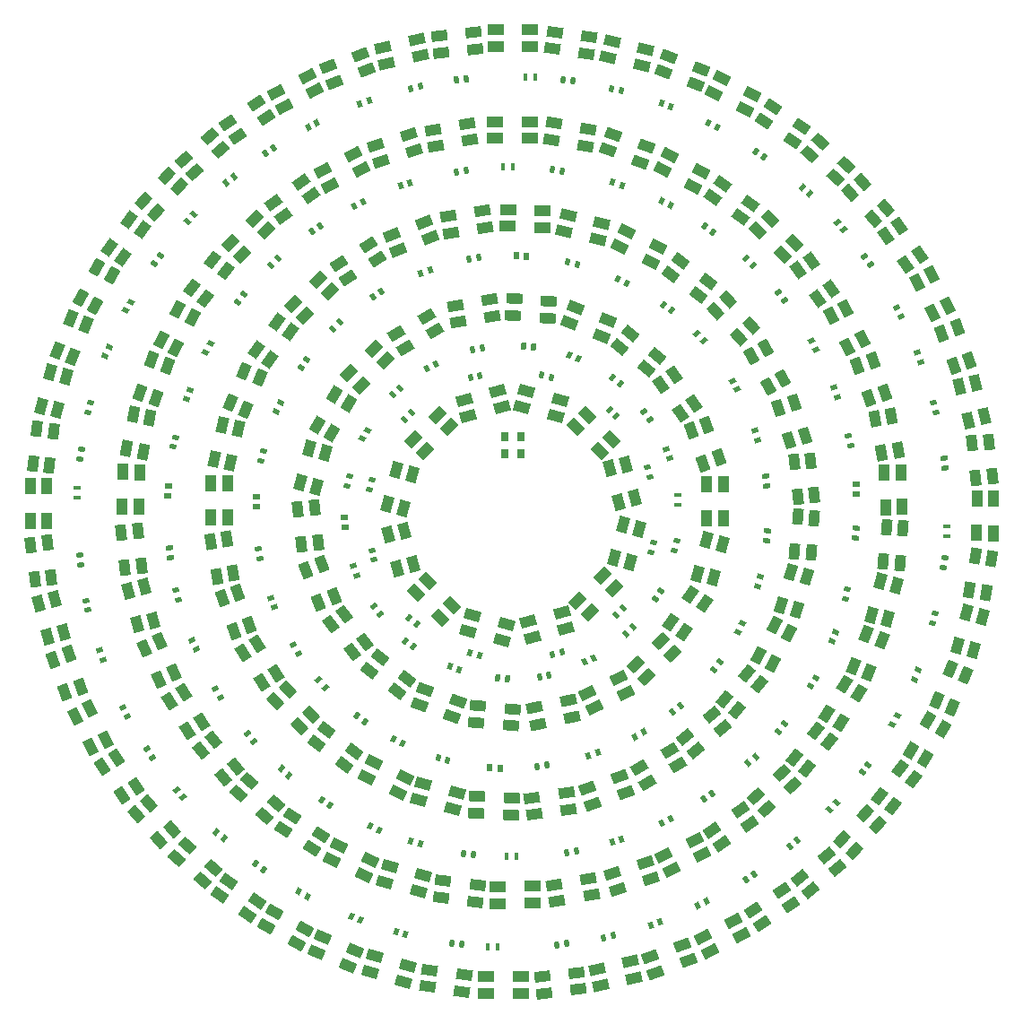
<source format=gtp>
G04*
G04 #@! TF.GenerationSoftware,Altium Limited,Altium Designer,18.1.7 (191)*
G04*
G04 Layer_Color=8421504*
%FSLAX25Y25*%
%MOIN*%
G70*
G01*
G75*
G04:AMPARAMS|DCode=12|XSize=25mil|YSize=18mil|CornerRadius=0mil|HoleSize=0mil|Usage=FLASHONLY|Rotation=325.000|XOffset=0mil|YOffset=0mil|HoleType=Round|Shape=Rectangle|*
%AMROTATEDRECTD12*
4,1,4,-0.01540,-0.00020,-0.00508,0.01454,0.01540,0.00020,0.00508,-0.01454,-0.01540,-0.00020,0.0*
%
%ADD12ROTATEDRECTD12*%

G04:AMPARAMS|DCode=13|XSize=59.06mil|YSize=39.37mil|CornerRadius=0mil|HoleSize=0mil|Usage=FLASHONLY|Rotation=291.000|XOffset=0mil|YOffset=0mil|HoleType=Round|Shape=Rectangle|*
%AMROTATEDRECTD13*
4,1,4,-0.02896,0.02051,0.00780,0.03462,0.02896,-0.02051,-0.00780,-0.03462,-0.02896,0.02051,0.0*
%
%ADD13ROTATEDRECTD13*%

G04:AMPARAMS|DCode=14|XSize=59.06mil|YSize=39.37mil|CornerRadius=0mil|HoleSize=0mil|Usage=FLASHONLY|Rotation=285.000|XOffset=0mil|YOffset=0mil|HoleType=Round|Shape=Rectangle|*
%AMROTATEDRECTD14*
4,1,4,-0.02666,0.02343,0.01137,0.03362,0.02666,-0.02343,-0.01137,-0.03362,-0.02666,0.02343,0.0*
%
%ADD14ROTATEDRECTD14*%

G04:AMPARAMS|DCode=15|XSize=59.06mil|YSize=39.37mil|CornerRadius=0mil|HoleSize=0mil|Usage=FLASHONLY|Rotation=241.000|XOffset=0mil|YOffset=0mil|HoleType=Round|Shape=Rectangle|*
%AMROTATEDRECTD15*
4,1,4,-0.00290,0.03537,0.03153,0.01628,0.00290,-0.03537,-0.03153,-0.01628,-0.00290,0.03537,0.0*
%
%ADD15ROTATEDRECTD15*%

G04:AMPARAMS|DCode=16|XSize=59.06mil|YSize=39.37mil|CornerRadius=0mil|HoleSize=0mil|Usage=FLASHONLY|Rotation=353.000|XOffset=0mil|YOffset=0mil|HoleType=Round|Shape=Rectangle|*
%AMROTATEDRECTD16*
4,1,4,-0.03171,-0.01594,-0.02691,0.02314,0.03171,0.01594,0.02691,-0.02314,-0.03171,-0.01594,0.0*
%
%ADD16ROTATEDRECTD16*%

G04:AMPARAMS|DCode=17|XSize=25mil|YSize=18mil|CornerRadius=0mil|HoleSize=0mil|Usage=FLASHONLY|Rotation=18.000|XOffset=0mil|YOffset=0mil|HoleType=Round|Shape=Rectangle|*
%AMROTATEDRECTD17*
4,1,4,-0.00911,-0.01242,-0.01467,0.00470,0.00911,0.01242,0.01467,-0.00470,-0.00911,-0.01242,0.0*
%
%ADD17ROTATEDRECTD17*%

G04:AMPARAMS|DCode=18|XSize=59.06mil|YSize=39.37mil|CornerRadius=0mil|HoleSize=0mil|Usage=FLASHONLY|Rotation=345.000|XOffset=0mil|YOffset=0mil|HoleType=Round|Shape=Rectangle|*
%AMROTATEDRECTD18*
4,1,4,-0.03362,-0.01137,-0.02343,0.02666,0.03362,0.01137,0.02343,-0.02666,-0.03362,-0.01137,0.0*
%
%ADD18ROTATEDRECTD18*%

G04:AMPARAMS|DCode=19|XSize=25mil|YSize=18mil|CornerRadius=0mil|HoleSize=0mil|Usage=FLASHONLY|Rotation=295.000|XOffset=0mil|YOffset=0mil|HoleType=Round|Shape=Rectangle|*
%AMROTATEDRECTD19*
4,1,4,-0.01344,0.00753,0.00287,0.01513,0.01344,-0.00753,-0.00287,-0.01513,-0.01344,0.00753,0.0*
%
%ADD19ROTATEDRECTD19*%

G04:AMPARAMS|DCode=20|XSize=25mil|YSize=18mil|CornerRadius=0mil|HoleSize=0mil|Usage=FLASHONLY|Rotation=195.000|XOffset=0mil|YOffset=0mil|HoleType=Round|Shape=Rectangle|*
%AMROTATEDRECTD20*
4,1,4,0.00974,0.01193,0.01440,-0.00546,-0.00974,-0.01193,-0.01440,0.00546,0.00974,0.01193,0.0*
%
%ADD20ROTATEDRECTD20*%

G04:AMPARAMS|DCode=21|XSize=25mil|YSize=18mil|CornerRadius=0mil|HoleSize=0mil|Usage=FLASHONLY|Rotation=305.000|XOffset=0mil|YOffset=0mil|HoleType=Round|Shape=Rectangle|*
%AMROTATEDRECTD21*
4,1,4,-0.01454,0.00508,0.00020,0.01540,0.01454,-0.00508,-0.00020,-0.01540,-0.01454,0.00508,0.0*
%
%ADD21ROTATEDRECTD21*%

G04:AMPARAMS|DCode=22|XSize=25mil|YSize=18mil|CornerRadius=0mil|HoleSize=0mil|Usage=FLASHONLY|Rotation=152.000|XOffset=0mil|YOffset=0mil|HoleType=Round|Shape=Rectangle|*
%AMROTATEDRECTD22*
4,1,4,0.01526,0.00208,0.00681,-0.01382,-0.01526,-0.00208,-0.00681,0.01382,0.01526,0.00208,0.0*
%
%ADD22ROTATEDRECTD22*%

G04:AMPARAMS|DCode=23|XSize=25mil|YSize=18mil|CornerRadius=0mil|HoleSize=0mil|Usage=FLASHONLY|Rotation=143.000|XOffset=0mil|YOffset=0mil|HoleType=Round|Shape=Rectangle|*
%AMROTATEDRECTD23*
4,1,4,0.01540,-0.00034,0.00457,-0.01471,-0.01540,0.00034,-0.00457,0.01471,0.01540,-0.00034,0.0*
%
%ADD23ROTATEDRECTD23*%

%ADD24R,0.01800X0.02500*%
G04:AMPARAMS|DCode=25|XSize=25mil|YSize=18mil|CornerRadius=0mil|HoleSize=0mil|Usage=FLASHONLY|Rotation=88.000|XOffset=0mil|YOffset=0mil|HoleType=Round|Shape=Rectangle|*
%AMROTATEDRECTD25*
4,1,4,0.00856,-0.01281,-0.00943,-0.01218,-0.00856,0.01281,0.00943,0.01218,0.00856,-0.01281,0.0*
%
%ADD25ROTATEDRECTD25*%

G04:AMPARAMS|DCode=26|XSize=25mil|YSize=18mil|CornerRadius=0mil|HoleSize=0mil|Usage=FLASHONLY|Rotation=36.000|XOffset=0mil|YOffset=0mil|HoleType=Round|Shape=Rectangle|*
%AMROTATEDRECTD26*
4,1,4,-0.00482,-0.01463,-0.01540,-0.00007,0.00482,0.01463,0.01540,0.00007,-0.00482,-0.01463,0.0*
%
%ADD26ROTATEDRECTD26*%

G04:AMPARAMS|DCode=27|XSize=25mil|YSize=18mil|CornerRadius=0mil|HoleSize=0mil|Usage=FLASHONLY|Rotation=42.000|XOffset=0mil|YOffset=0mil|HoleType=Round|Shape=Rectangle|*
%AMROTATEDRECTD27*
4,1,4,-0.00327,-0.01505,-0.01531,-0.00168,0.00327,0.01505,0.01531,0.00168,-0.00327,-0.01505,0.0*
%
%ADD27ROTATEDRECTD27*%

%ADD28R,0.03000X0.03500*%
G04:AMPARAMS|DCode=29|XSize=59.06mil|YSize=39.37mil|CornerRadius=0mil|HoleSize=0mil|Usage=FLASHONLY|Rotation=166.000|XOffset=0mil|YOffset=0mil|HoleType=Round|Shape=Rectangle|*
%AMROTATEDRECTD29*
4,1,4,0.03341,0.01196,0.02389,-0.02624,-0.03341,-0.01196,-0.02389,0.02624,0.03341,0.01196,0.0*
%
%ADD29ROTATEDRECTD29*%

G04:AMPARAMS|DCode=30|XSize=25mil|YSize=18mil|CornerRadius=0mil|HoleSize=0mil|Usage=FLASHONLY|Rotation=124.000|XOffset=0mil|YOffset=0mil|HoleType=Round|Shape=Rectangle|*
%AMROTATEDRECTD30*
4,1,4,0.01445,-0.00533,-0.00047,-0.01540,-0.01445,0.00533,0.00047,0.01540,0.01445,-0.00533,0.0*
%
%ADD30ROTATEDRECTD30*%

G04:AMPARAMS|DCode=31|XSize=59.06mil|YSize=39.37mil|CornerRadius=0mil|HoleSize=0mil|Usage=FLASHONLY|Rotation=214.000|XOffset=0mil|YOffset=0mil|HoleType=Round|Shape=Rectangle|*
%AMROTATEDRECTD31*
4,1,4,0.01347,0.03283,0.03549,0.00019,-0.01347,-0.03283,-0.03549,-0.00019,0.01347,0.03283,0.0*
%
%ADD31ROTATEDRECTD31*%

G04:AMPARAMS|DCode=32|XSize=25mil|YSize=18mil|CornerRadius=0mil|HoleSize=0mil|Usage=FLASHONLY|Rotation=165.000|XOffset=0mil|YOffset=0mil|HoleType=Round|Shape=Rectangle|*
%AMROTATEDRECTD32*
4,1,4,0.01440,0.00546,0.00974,-0.01193,-0.01440,-0.00546,-0.00974,0.01193,0.01440,0.00546,0.0*
%
%ADD32ROTATEDRECTD32*%

G04:AMPARAMS|DCode=33|XSize=25mil|YSize=18mil|CornerRadius=0mil|HoleSize=0mil|Usage=FLASHONLY|Rotation=277.000|XOffset=0mil|YOffset=0mil|HoleType=Round|Shape=Rectangle|*
%AMROTATEDRECTD33*
4,1,4,-0.01046,0.01131,0.00741,0.01350,0.01046,-0.01131,-0.00741,-0.01350,-0.01046,0.01131,0.0*
%
%ADD33ROTATEDRECTD33*%

G04:AMPARAMS|DCode=34|XSize=59.06mil|YSize=39.37mil|CornerRadius=0mil|HoleSize=0mil|Usage=FLASHONLY|Rotation=67.000|XOffset=0mil|YOffset=0mil|HoleType=Round|Shape=Rectangle|*
%AMROTATEDRECTD34*
4,1,4,0.00658,-0.03487,-0.02966,-0.01949,-0.00658,0.03487,0.02966,0.01949,0.00658,-0.03487,0.0*
%
%ADD34ROTATEDRECTD34*%

G04:AMPARAMS|DCode=35|XSize=59.06mil|YSize=39.37mil|CornerRadius=0mil|HoleSize=0mil|Usage=FLASHONLY|Rotation=268.000|XOffset=0mil|YOffset=0mil|HoleType=Round|Shape=Rectangle|*
%AMROTATEDRECTD35*
4,1,4,-0.01864,0.03020,0.02070,0.02882,0.01864,-0.03020,-0.02070,-0.02882,-0.01864,0.03020,0.0*
%
%ADD35ROTATEDRECTD35*%

G04:AMPARAMS|DCode=36|XSize=59.06mil|YSize=39.37mil|CornerRadius=0mil|HoleSize=0mil|Usage=FLASHONLY|Rotation=224.000|XOffset=0mil|YOffset=0mil|HoleType=Round|Shape=Rectangle|*
%AMROTATEDRECTD36*
4,1,4,0.00757,0.03467,0.03492,0.00635,-0.00757,-0.03467,-0.03492,-0.00635,0.00757,0.03467,0.0*
%
%ADD36ROTATEDRECTD36*%

G04:AMPARAMS|DCode=37|XSize=25mil|YSize=18mil|CornerRadius=0mil|HoleSize=0mil|Usage=FLASHONLY|Rotation=134.000|XOffset=0mil|YOffset=0mil|HoleType=Round|Shape=Rectangle|*
%AMROTATEDRECTD37*
4,1,4,0.01516,-0.00274,0.00221,-0.01524,-0.01516,0.00274,-0.00221,0.01524,0.01516,-0.00274,0.0*
%
%ADD37ROTATEDRECTD37*%

G04:AMPARAMS|DCode=38|XSize=59.06mil|YSize=39.37mil|CornerRadius=0mil|HoleSize=0mil|Usage=FLASHONLY|Rotation=201.000|XOffset=0mil|YOffset=0mil|HoleType=Round|Shape=Rectangle|*
%AMROTATEDRECTD38*
4,1,4,0.02051,0.02896,0.03462,-0.00780,-0.02051,-0.02896,-0.03462,0.00780,0.02051,0.02896,0.0*
%
%ADD38ROTATEDRECTD38*%

G04:AMPARAMS|DCode=39|XSize=59.06mil|YSize=39.37mil|CornerRadius=0mil|HoleSize=0mil|Usage=FLASHONLY|Rotation=228.000|XOffset=0mil|YOffset=0mil|HoleType=Round|Shape=Rectangle|*
%AMROTATEDRECTD39*
4,1,4,0.00513,0.03512,0.03439,0.00877,-0.00513,-0.03512,-0.03439,-0.00877,0.00513,0.03512,0.0*
%
%ADD39ROTATEDRECTD39*%

G04:AMPARAMS|DCode=40|XSize=59.06mil|YSize=39.37mil|CornerRadius=0mil|HoleSize=0mil|Usage=FLASHONLY|Rotation=255.000|XOffset=0mil|YOffset=0mil|HoleType=Round|Shape=Rectangle|*
%AMROTATEDRECTD40*
4,1,4,-0.01137,0.03362,0.02666,0.02343,0.01137,-0.03362,-0.02666,-0.02343,-0.01137,0.03362,0.0*
%
%ADD40ROTATEDRECTD40*%

G04:AMPARAMS|DCode=41|XSize=59.06mil|YSize=39.37mil|CornerRadius=0mil|HoleSize=0mil|Usage=FLASHONLY|Rotation=193.000|XOffset=0mil|YOffset=0mil|HoleType=Round|Shape=Rectangle|*
%AMROTATEDRECTD41*
4,1,4,0.02434,0.02582,0.03320,-0.01254,-0.02434,-0.02582,-0.03320,0.01254,0.02434,0.02582,0.0*
%
%ADD41ROTATEDRECTD41*%

G04:AMPARAMS|DCode=42|XSize=59.06mil|YSize=39.37mil|CornerRadius=0mil|HoleSize=0mil|Usage=FLASHONLY|Rotation=221.000|XOffset=0mil|YOffset=0mil|HoleType=Round|Shape=Rectangle|*
%AMROTATEDRECTD42*
4,1,4,0.00937,0.03423,0.03520,0.00452,-0.00937,-0.03423,-0.03520,-0.00452,0.00937,0.03423,0.0*
%
%ADD42ROTATEDRECTD42*%

G04:AMPARAMS|DCode=43|XSize=59.06mil|YSize=39.37mil|CornerRadius=0mil|HoleSize=0mil|Usage=FLASHONLY|Rotation=248.000|XOffset=0mil|YOffset=0mil|HoleType=Round|Shape=Rectangle|*
%AMROTATEDRECTD43*
4,1,4,-0.00719,0.03475,0.02931,0.02000,0.00719,-0.03475,-0.02931,-0.02000,-0.00719,0.03475,0.0*
%
%ADD43ROTATEDRECTD43*%

G04:AMPARAMS|DCode=44|XSize=59.06mil|YSize=39.37mil|CornerRadius=0mil|HoleSize=0mil|Usage=FLASHONLY|Rotation=186.000|XOffset=0mil|YOffset=0mil|HoleType=Round|Shape=Rectangle|*
%AMROTATEDRECTD44*
4,1,4,0.02731,0.02266,0.03142,-0.01649,-0.02731,-0.02266,-0.03142,0.01649,0.02731,0.02266,0.0*
%
%ADD44ROTATEDRECTD44*%

G04:AMPARAMS|DCode=45|XSize=59.06mil|YSize=39.37mil|CornerRadius=0mil|HoleSize=0mil|Usage=FLASHONLY|Rotation=208.000|XOffset=0mil|YOffset=0mil|HoleType=Round|Shape=Rectangle|*
%AMROTATEDRECTD45*
4,1,4,0.01683,0.03124,0.03531,-0.00352,-0.01683,-0.03124,-0.03531,0.00352,0.01683,0.03124,0.0*
%
%ADD45ROTATEDRECTD45*%

%ADD46R,0.05906X0.03937*%
G04:AMPARAMS|DCode=47|XSize=59.06mil|YSize=39.37mil|CornerRadius=0mil|HoleSize=0mil|Usage=FLASHONLY|Rotation=234.000|XOffset=0mil|YOffset=0mil|HoleType=Round|Shape=Rectangle|*
%AMROTATEDRECTD47*
4,1,4,0.00143,0.03546,0.03328,0.01232,-0.00143,-0.03546,-0.03328,-0.01232,0.00143,0.03546,0.0*
%
%ADD47ROTATEDRECTD47*%

G04:AMPARAMS|DCode=48|XSize=59.06mil|YSize=39.37mil|CornerRadius=0mil|HoleSize=0mil|Usage=FLASHONLY|Rotation=311.000|XOffset=0mil|YOffset=0mil|HoleType=Round|Shape=Rectangle|*
%AMROTATEDRECTD48*
4,1,4,-0.03423,0.00937,-0.00452,0.03520,0.03423,-0.00937,0.00452,-0.03520,-0.03423,0.00937,0.0*
%
%ADD48ROTATEDRECTD48*%

G04:AMPARAMS|DCode=49|XSize=59.06mil|YSize=39.37mil|CornerRadius=0mil|HoleSize=0mil|Usage=FLASHONLY|Rotation=337.000|XOffset=0mil|YOffset=0mil|HoleType=Round|Shape=Rectangle|*
%AMROTATEDRECTD49*
4,1,4,-0.03487,-0.00658,-0.01949,0.02966,0.03487,0.00658,0.01949,-0.02966,-0.03487,-0.00658,0.0*
%
%ADD49ROTATEDRECTD49*%

G04:AMPARAMS|DCode=50|XSize=59.06mil|YSize=39.37mil|CornerRadius=0mil|HoleSize=0mil|Usage=FLASHONLY|Rotation=277.000|XOffset=0mil|YOffset=0mil|HoleType=Round|Shape=Rectangle|*
%AMROTATEDRECTD50*
4,1,4,-0.02314,0.02691,0.01594,0.03171,0.02314,-0.02691,-0.01594,-0.03171,-0.02314,0.02691,0.0*
%
%ADD50ROTATEDRECTD50*%

G04:AMPARAMS|DCode=51|XSize=59.06mil|YSize=39.37mil|CornerRadius=0mil|HoleSize=0mil|Usage=FLASHONLY|Rotation=304.000|XOffset=0mil|YOffset=0mil|HoleType=Round|Shape=Rectangle|*
%AMROTATEDRECTD51*
4,1,4,-0.03283,0.01347,-0.00019,0.03549,0.03283,-0.01347,0.00019,-0.03549,-0.03283,0.01347,0.0*
%
%ADD51ROTATEDRECTD51*%

G04:AMPARAMS|DCode=52|XSize=59.06mil|YSize=39.37mil|CornerRadius=0mil|HoleSize=0mil|Usage=FLASHONLY|Rotation=331.000|XOffset=0mil|YOffset=0mil|HoleType=Round|Shape=Rectangle|*
%AMROTATEDRECTD52*
4,1,4,-0.03537,-0.00290,-0.01628,0.03153,0.03537,0.00290,0.01628,-0.03153,-0.03537,-0.00290,0.0*
%
%ADD52ROTATEDRECTD52*%

%ADD53R,0.03937X0.05906*%
G04:AMPARAMS|DCode=54|XSize=59.06mil|YSize=39.37mil|CornerRadius=0mil|HoleSize=0mil|Usage=FLASHONLY|Rotation=297.000|XOffset=0mil|YOffset=0mil|HoleType=Round|Shape=Rectangle|*
%AMROTATEDRECTD54*
4,1,4,-0.03095,0.01737,0.00413,0.03525,0.03095,-0.01737,-0.00413,-0.03525,-0.03095,0.01737,0.0*
%
%ADD54ROTATEDRECTD54*%

G04:AMPARAMS|DCode=55|XSize=59.06mil|YSize=39.37mil|CornerRadius=0mil|HoleSize=0mil|Usage=FLASHONLY|Rotation=325.000|XOffset=0mil|YOffset=0mil|HoleType=Round|Shape=Rectangle|*
%AMROTATEDRECTD55*
4,1,4,-0.03548,0.00081,-0.01290,0.03306,0.03548,-0.00081,0.01290,-0.03306,-0.03548,0.00081,0.0*
%
%ADD55ROTATEDRECTD55*%

G04:AMPARAMS|DCode=56|XSize=59.06mil|YSize=39.37mil|CornerRadius=0mil|HoleSize=0mil|Usage=FLASHONLY|Rotation=263.000|XOffset=0mil|YOffset=0mil|HoleType=Round|Shape=Rectangle|*
%AMROTATEDRECTD56*
4,1,4,-0.01594,0.03171,0.02314,0.02691,0.01594,-0.03171,-0.02314,-0.02691,-0.01594,0.03171,0.0*
%
%ADD56ROTATEDRECTD56*%

G04:AMPARAMS|DCode=57|XSize=59.06mil|YSize=39.37mil|CornerRadius=0mil|HoleSize=0mil|Usage=FLASHONLY|Rotation=290.000|XOffset=0mil|YOffset=0mil|HoleType=Round|Shape=Rectangle|*
%AMROTATEDRECTD57*
4,1,4,-0.02860,0.02101,0.00840,0.03448,0.02860,-0.02101,-0.00840,-0.03448,-0.02860,0.02101,0.0*
%
%ADD57ROTATEDRECTD57*%

G04:AMPARAMS|DCode=58|XSize=59.06mil|YSize=39.37mil|CornerRadius=0mil|HoleSize=0mil|Usage=FLASHONLY|Rotation=319.000|XOffset=0mil|YOffset=0mil|HoleType=Round|Shape=Rectangle|*
%AMROTATEDRECTD58*
4,1,4,-0.03520,0.00452,-0.00937,0.03423,0.03520,-0.00452,0.00937,-0.03423,-0.03520,0.00452,0.0*
%
%ADD58ROTATEDRECTD58*%

G04:AMPARAMS|DCode=59|XSize=59.06mil|YSize=39.37mil|CornerRadius=0mil|HoleSize=0mil|Usage=FLASHONLY|Rotation=7.000|XOffset=0mil|YOffset=0mil|HoleType=Round|Shape=Rectangle|*
%AMROTATEDRECTD59*
4,1,4,-0.02691,-0.02314,-0.03171,0.01594,0.02691,0.02314,0.03171,-0.01594,-0.02691,-0.02314,0.0*
%
%ADD59ROTATEDRECTD59*%

G04:AMPARAMS|DCode=60|XSize=59.06mil|YSize=39.37mil|CornerRadius=0mil|HoleSize=0mil|Usage=FLASHONLY|Rotation=40.000|XOffset=0mil|YOffset=0mil|HoleType=Round|Shape=Rectangle|*
%AMROTATEDRECTD60*
4,1,4,-0.00997,-0.03406,-0.03527,-0.00390,0.00997,0.03406,0.03527,0.00390,-0.00997,-0.03406,0.0*
%
%ADD60ROTATEDRECTD60*%

G04:AMPARAMS|DCode=61|XSize=59.06mil|YSize=39.37mil|CornerRadius=0mil|HoleSize=0mil|Usage=FLASHONLY|Rotation=352.000|XOffset=0mil|YOffset=0mil|HoleType=Round|Shape=Rectangle|*
%AMROTATEDRECTD61*
4,1,4,-0.03198,-0.01538,-0.02650,0.02360,0.03198,0.01538,0.02650,-0.02360,-0.03198,-0.01538,0.0*
%
%ADD61ROTATEDRECTD61*%

G04:AMPARAMS|DCode=62|XSize=59.06mil|YSize=39.37mil|CornerRadius=0mil|HoleSize=0mil|Usage=FLASHONLY|Rotation=60.000|XOffset=0mil|YOffset=0mil|HoleType=Round|Shape=Rectangle|*
%AMROTATEDRECTD62*
4,1,4,0.00228,-0.03541,-0.03181,-0.01573,-0.00228,0.03541,0.03181,0.01573,0.00228,-0.03541,0.0*
%
%ADD62ROTATEDRECTD62*%

G04:AMPARAMS|DCode=63|XSize=59.06mil|YSize=39.37mil|CornerRadius=0mil|HoleSize=0mil|Usage=FLASHONLY|Rotation=344.000|XOffset=0mil|YOffset=0mil|HoleType=Round|Shape=Rectangle|*
%AMROTATEDRECTD63*
4,1,4,-0.03381,-0.01078,-0.02296,0.02706,0.03381,0.01078,0.02296,-0.02706,-0.03381,-0.01078,0.0*
%
%ADD63ROTATEDRECTD63*%

G04:AMPARAMS|DCode=64|XSize=59.06mil|YSize=39.37mil|CornerRadius=0mil|HoleSize=0mil|Usage=FLASHONLY|Rotation=20.000|XOffset=0mil|YOffset=0mil|HoleType=Round|Shape=Rectangle|*
%AMROTATEDRECTD64*
4,1,4,-0.02101,-0.02860,-0.03448,0.00840,0.02101,0.02860,0.03448,-0.00840,-0.02101,-0.02860,0.0*
%
%ADD64ROTATEDRECTD64*%

G04:AMPARAMS|DCode=65|XSize=59.06mil|YSize=39.37mil|CornerRadius=0mil|HoleSize=0mil|Usage=FLASHONLY|Rotation=53.000|XOffset=0mil|YOffset=0mil|HoleType=Round|Shape=Rectangle|*
%AMROTATEDRECTD65*
4,1,4,-0.00205,-0.03543,-0.03349,-0.01174,0.00205,0.03543,0.03349,0.01174,-0.00205,-0.03543,0.0*
%
%ADD65ROTATEDRECTD65*%

G04:AMPARAMS|DCode=66|XSize=59.06mil|YSize=39.37mil|CornerRadius=0mil|HoleSize=0mil|Usage=FLASHONLY|Rotation=104.000|XOffset=0mil|YOffset=0mil|HoleType=Round|Shape=Rectangle|*
%AMROTATEDRECTD66*
4,1,4,0.02624,-0.02389,-0.01196,-0.03341,-0.02624,0.02389,0.01196,0.03341,0.02624,-0.02389,0.0*
%
%ADD66ROTATEDRECTD66*%

G04:AMPARAMS|DCode=67|XSize=59.06mil|YSize=39.37mil|CornerRadius=0mil|HoleSize=0mil|Usage=FLASHONLY|Rotation=138.000|XOffset=0mil|YOffset=0mil|HoleType=Round|Shape=Rectangle|*
%AMROTATEDRECTD67*
4,1,4,0.03512,-0.00513,0.00877,-0.03439,-0.03512,0.00513,-0.00877,0.03439,0.03512,-0.00513,0.0*
%
%ADD67ROTATEDRECTD67*%

G04:AMPARAMS|DCode=68|XSize=59.06mil|YSize=39.37mil|CornerRadius=0mil|HoleSize=0mil|Usage=FLASHONLY|Rotation=96.000|XOffset=0mil|YOffset=0mil|HoleType=Round|Shape=Rectangle|*
%AMROTATEDRECTD68*
4,1,4,0.02266,-0.02731,-0.01649,-0.03142,-0.02266,0.02731,0.01649,0.03142,0.02266,-0.02731,0.0*
%
%ADD68ROTATEDRECTD68*%

G04:AMPARAMS|DCode=69|XSize=59.06mil|YSize=39.37mil|CornerRadius=0mil|HoleSize=0mil|Usage=FLASHONLY|Rotation=89.000|XOffset=0mil|YOffset=0mil|HoleType=Round|Shape=Rectangle|*
%AMROTATEDRECTD69*
4,1,4,0.01917,-0.02987,-0.02020,-0.02918,-0.01917,0.02987,0.02020,0.02918,0.01917,-0.02987,0.0*
%
%ADD69ROTATEDRECTD69*%

G04:AMPARAMS|DCode=70|XSize=59.06mil|YSize=39.37mil|CornerRadius=0mil|HoleSize=0mil|Usage=FLASHONLY|Rotation=159.000|XOffset=0mil|YOffset=0mil|HoleType=Round|Shape=Rectangle|*
%AMROTATEDRECTD70*
4,1,4,0.03462,0.00780,0.02051,-0.02896,-0.03462,-0.00780,-0.02051,0.02896,0.03462,0.00780,0.0*
%
%ADD70ROTATEDRECTD70*%

G04:AMPARAMS|DCode=71|XSize=59.06mil|YSize=39.37mil|CornerRadius=0mil|HoleSize=0mil|Usage=FLASHONLY|Rotation=125.000|XOffset=0mil|YOffset=0mil|HoleType=Round|Shape=Rectangle|*
%AMROTATEDRECTD71*
4,1,4,0.03306,-0.01290,0.00081,-0.03548,-0.03306,0.01290,-0.00081,0.03548,0.03306,-0.01290,0.0*
%
%ADD71ROTATEDRECTD71*%

G04:AMPARAMS|DCode=72|XSize=59.06mil|YSize=39.37mil|CornerRadius=0mil|HoleSize=0mil|Usage=FLASHONLY|Rotation=80.000|XOffset=0mil|YOffset=0mil|HoleType=Round|Shape=Rectangle|*
%AMROTATEDRECTD72*
4,1,4,0.01426,-0.03250,-0.02451,-0.02566,-0.01426,0.03250,0.02451,0.02566,0.01426,-0.03250,0.0*
%
%ADD72ROTATEDRECTD72*%

G04:AMPARAMS|DCode=73|XSize=59.06mil|YSize=39.37mil|CornerRadius=0mil|HoleSize=0mil|Usage=FLASHONLY|Rotation=153.000|XOffset=0mil|YOffset=0mil|HoleType=Round|Shape=Rectangle|*
%AMROTATEDRECTD73*
4,1,4,0.03525,0.00413,0.01737,-0.03095,-0.03525,-0.00413,-0.01737,0.03095,0.03525,0.00413,0.0*
%
%ADD73ROTATEDRECTD73*%

G04:AMPARAMS|DCode=74|XSize=59.06mil|YSize=39.37mil|CornerRadius=0mil|HoleSize=0mil|Usage=FLASHONLY|Rotation=146.000|XOffset=0mil|YOffset=0mil|HoleType=Round|Shape=Rectangle|*
%AMROTATEDRECTD74*
4,1,4,0.03549,-0.00019,0.01347,-0.03283,-0.03549,0.00019,-0.01347,0.03283,0.03549,-0.00019,0.0*
%
%ADD74ROTATEDRECTD74*%

G04:AMPARAMS|DCode=75|XSize=59.06mil|YSize=39.37mil|CornerRadius=0mil|HoleSize=0mil|Usage=FLASHONLY|Rotation=198.000|XOffset=0mil|YOffset=0mil|HoleType=Round|Shape=Rectangle|*
%AMROTATEDRECTD75*
4,1,4,0.02200,0.02785,0.03417,-0.00960,-0.02200,-0.02785,-0.03417,0.00960,0.02200,0.02785,0.0*
%
%ADD75ROTATEDRECTD75*%

G04:AMPARAMS|DCode=76|XSize=59.06mil|YSize=39.37mil|CornerRadius=0mil|HoleSize=0mil|Usage=FLASHONLY|Rotation=190.000|XOffset=0mil|YOffset=0mil|HoleType=Round|Shape=Rectangle|*
%AMROTATEDRECTD76*
4,1,4,0.02566,0.02451,0.03250,-0.01426,-0.02566,-0.02451,-0.03250,0.01426,0.02566,0.02451,0.0*
%
%ADD76ROTATEDRECTD76*%

G04:AMPARAMS|DCode=77|XSize=59.06mil|YSize=39.37mil|CornerRadius=0mil|HoleSize=0mil|Usage=FLASHONLY|Rotation=225.000|XOffset=0mil|YOffset=0mil|HoleType=Round|Shape=Rectangle|*
%AMROTATEDRECTD77*
4,1,4,0.00696,0.03480,0.03480,0.00696,-0.00696,-0.03480,-0.03480,-0.00696,0.00696,0.03480,0.0*
%
%ADD77ROTATEDRECTD77*%

G04:AMPARAMS|DCode=78|XSize=59.06mil|YSize=39.37mil|CornerRadius=0mil|HoleSize=0mil|Usage=FLASHONLY|Rotation=216.000|XOffset=0mil|YOffset=0mil|HoleType=Round|Shape=Rectangle|*
%AMROTATEDRECTD78*
4,1,4,0.01232,0.03328,0.03546,0.00143,-0.01232,-0.03328,-0.03546,-0.00143,0.01232,0.03328,0.0*
%
%ADD78ROTATEDRECTD78*%

G04:AMPARAMS|DCode=79|XSize=59.06mil|YSize=39.37mil|CornerRadius=0mil|HoleSize=0mil|Usage=FLASHONLY|Rotation=259.000|XOffset=0mil|YOffset=0mil|HoleType=Round|Shape=Rectangle|*
%AMROTATEDRECTD79*
4,1,4,-0.01369,0.03274,0.02496,0.02523,0.01369,-0.03274,-0.02496,-0.02523,-0.01369,0.03274,0.0*
%
%ADD79ROTATEDRECTD79*%

G04:AMPARAMS|DCode=80|XSize=59.06mil|YSize=39.37mil|CornerRadius=0mil|HoleSize=0mil|Usage=FLASHONLY|Rotation=170.000|XOffset=0mil|YOffset=0mil|HoleType=Round|Shape=Rectangle|*
%AMROTATEDRECTD80*
4,1,4,0.03250,0.01426,0.02566,-0.02451,-0.03250,-0.01426,-0.02566,0.02451,0.03250,0.01426,0.0*
%
%ADD80ROTATEDRECTD80*%

G04:AMPARAMS|DCode=81|XSize=59.06mil|YSize=39.37mil|CornerRadius=0mil|HoleSize=0mil|Usage=FLASHONLY|Rotation=250.000|XOffset=0mil|YOffset=0mil|HoleType=Round|Shape=Rectangle|*
%AMROTATEDRECTD81*
4,1,4,-0.00840,0.03448,0.02860,0.02101,0.00840,-0.03448,-0.02860,-0.02101,-0.00840,0.03448,0.0*
%
%ADD81ROTATEDRECTD81*%

G04:AMPARAMS|DCode=82|XSize=59.06mil|YSize=39.37mil|CornerRadius=0mil|HoleSize=0mil|Usage=FLASHONLY|Rotation=242.000|XOffset=0mil|YOffset=0mil|HoleType=Round|Shape=Rectangle|*
%AMROTATEDRECTD82*
4,1,4,-0.00352,0.03531,0.03124,0.01683,0.00352,-0.03531,-0.03124,-0.01683,-0.00352,0.03531,0.0*
%
%ADD82ROTATEDRECTD82*%

G04:AMPARAMS|DCode=83|XSize=59.06mil|YSize=39.37mil|CornerRadius=0mil|HoleSize=0mil|Usage=FLASHONLY|Rotation=310.000|XOffset=0mil|YOffset=0mil|HoleType=Round|Shape=Rectangle|*
%AMROTATEDRECTD83*
4,1,4,-0.03406,0.00997,-0.00390,0.03527,0.03406,-0.00997,0.00390,-0.03527,-0.03406,0.00997,0.0*
%
%ADD83ROTATEDRECTD83*%

G04:AMPARAMS|DCode=84|XSize=59.06mil|YSize=39.37mil|CornerRadius=0mil|HoleSize=0mil|Usage=FLASHONLY|Rotation=26.000|XOffset=0mil|YOffset=0mil|HoleType=Round|Shape=Rectangle|*
%AMROTATEDRECTD84*
4,1,4,-0.01791,-0.03064,-0.03517,0.00475,0.01791,0.03064,0.03517,-0.00475,-0.01791,-0.03064,0.0*
%
%ADD84ROTATEDRECTD84*%

G04:AMPARAMS|DCode=85|XSize=59.06mil|YSize=39.37mil|CornerRadius=0mil|HoleSize=0mil|Usage=FLASHONLY|Rotation=302.000|XOffset=0mil|YOffset=0mil|HoleType=Round|Shape=Rectangle|*
%AMROTATEDRECTD85*
4,1,4,-0.03234,0.01461,0.00105,0.03547,0.03234,-0.01461,-0.00105,-0.03547,-0.03234,0.01461,0.0*
%
%ADD85ROTATEDRECTD85*%

G04:AMPARAMS|DCode=86|XSize=59.06mil|YSize=39.37mil|CornerRadius=0mil|HoleSize=0mil|Usage=FLASHONLY|Rotation=335.000|XOffset=0mil|YOffset=0mil|HoleType=Round|Shape=Rectangle|*
%AMROTATEDRECTD86*
4,1,4,-0.03508,-0.00536,-0.01844,0.03032,0.03508,0.00536,0.01844,-0.03032,-0.03508,-0.00536,0.0*
%
%ADD86ROTATEDRECTD86*%

G04:AMPARAMS|DCode=87|XSize=59.06mil|YSize=39.37mil|CornerRadius=0mil|HoleSize=0mil|Usage=FLASHONLY|Rotation=294.000|XOffset=0mil|YOffset=0mil|HoleType=Round|Shape=Rectangle|*
%AMROTATEDRECTD87*
4,1,4,-0.02999,0.01897,0.00597,0.03498,0.02999,-0.01897,-0.00597,-0.03498,-0.02999,0.01897,0.0*
%
%ADD87ROTATEDRECTD87*%

G04:AMPARAMS|DCode=88|XSize=59.06mil|YSize=39.37mil|CornerRadius=0mil|HoleSize=0mil|Usage=FLASHONLY|Rotation=327.000|XOffset=0mil|YOffset=0mil|HoleType=Round|Shape=Rectangle|*
%AMROTATEDRECTD88*
4,1,4,-0.03549,-0.00043,-0.01404,0.03259,0.03549,0.00043,0.01404,-0.03259,-0.03549,-0.00043,0.0*
%
%ADD88ROTATEDRECTD88*%

G04:AMPARAMS|DCode=89|XSize=59.06mil|YSize=39.37mil|CornerRadius=0mil|HoleSize=0mil|Usage=FLASHONLY|Rotation=1.000|XOffset=0mil|YOffset=0mil|HoleType=Round|Shape=Rectangle|*
%AMROTATEDRECTD89*
4,1,4,-0.02918,-0.02020,-0.02987,0.01917,0.02918,0.02020,0.02987,-0.01917,-0.02918,-0.02020,0.0*
%
%ADD89ROTATEDRECTD89*%

G04:AMPARAMS|DCode=90|XSize=59.06mil|YSize=39.37mil|CornerRadius=0mil|HoleSize=0mil|Usage=FLASHONLY|Rotation=160.000|XOffset=0mil|YOffset=0mil|HoleType=Round|Shape=Rectangle|*
%AMROTATEDRECTD90*
4,1,4,0.03448,0.00840,0.02101,-0.02860,-0.03448,-0.00840,-0.02101,0.02860,0.03448,0.00840,0.0*
%
%ADD90ROTATEDRECTD90*%

G04:AMPARAMS|DCode=91|XSize=59.06mil|YSize=39.37mil|CornerRadius=0mil|HoleSize=0mil|Usage=FLASHONLY|Rotation=152.000|XOffset=0mil|YOffset=0mil|HoleType=Round|Shape=Rectangle|*
%AMROTATEDRECTD91*
4,1,4,0.03531,0.00352,0.01683,-0.03124,-0.03531,-0.00352,-0.01683,0.03124,0.03531,0.00352,0.0*
%
%ADD91ROTATEDRECTD91*%

G04:AMPARAMS|DCode=92|XSize=59.06mil|YSize=39.37mil|CornerRadius=0mil|HoleSize=0mil|Usage=FLASHONLY|Rotation=58.000|XOffset=0mil|YOffset=0mil|HoleType=Round|Shape=Rectangle|*
%AMROTATEDRECTD92*
4,1,4,0.00105,-0.03547,-0.03234,-0.01461,-0.00105,0.03547,0.03234,0.01461,0.00105,-0.03547,0.0*
%
%ADD92ROTATEDRECTD92*%

G04:AMPARAMS|DCode=93|XSize=59.06mil|YSize=39.37mil|CornerRadius=0mil|HoleSize=0mil|Usage=FLASHONLY|Rotation=101.000|XOffset=0mil|YOffset=0mil|HoleType=Round|Shape=Rectangle|*
%AMROTATEDRECTD93*
4,1,4,0.02496,-0.02523,-0.01369,-0.03274,-0.02496,0.02523,0.01369,0.03274,0.02496,-0.02523,0.0*
%
%ADD93ROTATEDRECTD93*%

G04:AMPARAMS|DCode=94|XSize=59.06mil|YSize=39.37mil|CornerRadius=0mil|HoleSize=0mil|Usage=FLASHONLY|Rotation=144.000|XOffset=0mil|YOffset=0mil|HoleType=Round|Shape=Rectangle|*
%AMROTATEDRECTD94*
4,1,4,0.03546,-0.00143,0.01232,-0.03328,-0.03546,0.00143,-0.01232,0.03328,0.03546,-0.00143,0.0*
%
%ADD94ROTATEDRECTD94*%

G04:AMPARAMS|DCode=95|XSize=59.06mil|YSize=39.37mil|CornerRadius=0mil|HoleSize=0mil|Usage=FLASHONLY|Rotation=51.000|XOffset=0mil|YOffset=0mil|HoleType=Round|Shape=Rectangle|*
%AMROTATEDRECTD95*
4,1,4,-0.00328,-0.03534,-0.03388,-0.01056,0.00328,0.03534,0.03388,0.01056,-0.00328,-0.03534,0.0*
%
%ADD95ROTATEDRECTD95*%

G04:AMPARAMS|DCode=96|XSize=59.06mil|YSize=39.37mil|CornerRadius=0mil|HoleSize=0mil|Usage=FLASHONLY|Rotation=92.000|XOffset=0mil|YOffset=0mil|HoleType=Round|Shape=Rectangle|*
%AMROTATEDRECTD96*
4,1,4,0.02070,-0.02882,-0.01864,-0.03020,-0.02070,0.02882,0.01864,0.03020,0.02070,-0.02882,0.0*
%
%ADD96ROTATEDRECTD96*%

G04:AMPARAMS|DCode=97|XSize=59.06mil|YSize=39.37mil|CornerRadius=0mil|HoleSize=0mil|Usage=FLASHONLY|Rotation=135.000|XOffset=0mil|YOffset=0mil|HoleType=Round|Shape=Rectangle|*
%AMROTATEDRECTD97*
4,1,4,0.03480,-0.00696,0.00696,-0.03480,-0.03480,0.00696,-0.00696,0.03480,0.03480,-0.00696,0.0*
%
%ADD97ROTATEDRECTD97*%

G04:AMPARAMS|DCode=98|XSize=59.06mil|YSize=39.37mil|CornerRadius=0mil|HoleSize=0mil|Usage=FLASHONLY|Rotation=42.000|XOffset=0mil|YOffset=0mil|HoleType=Round|Shape=Rectangle|*
%AMROTATEDRECTD98*
4,1,4,-0.00877,-0.03439,-0.03512,-0.00513,0.00877,0.03439,0.03512,0.00513,-0.00877,-0.03439,0.0*
%
%ADD98ROTATEDRECTD98*%

G04:AMPARAMS|DCode=99|XSize=59.06mil|YSize=39.37mil|CornerRadius=0mil|HoleSize=0mil|Usage=FLASHONLY|Rotation=85.000|XOffset=0mil|YOffset=0mil|HoleType=Round|Shape=Rectangle|*
%AMROTATEDRECTD99*
4,1,4,0.01704,-0.03113,-0.02218,-0.02770,-0.01704,0.03113,0.02218,0.02770,0.01704,-0.03113,0.0*
%
%ADD99ROTATEDRECTD99*%

G04:AMPARAMS|DCode=100|XSize=59.06mil|YSize=39.37mil|CornerRadius=0mil|HoleSize=0mil|Usage=FLASHONLY|Rotation=126.000|XOffset=0mil|YOffset=0mil|HoleType=Round|Shape=Rectangle|*
%AMROTATEDRECTD100*
4,1,4,0.03328,-0.01232,0.00143,-0.03546,-0.03328,0.01232,-0.00143,0.03546,0.03328,-0.01232,0.0*
%
%ADD100ROTATEDRECTD100*%

G04:AMPARAMS|DCode=101|XSize=59.06mil|YSize=39.37mil|CornerRadius=0mil|HoleSize=0mil|Usage=FLASHONLY|Rotation=35.000|XOffset=0mil|YOffset=0mil|HoleType=Round|Shape=Rectangle|*
%AMROTATEDRECTD101*
4,1,4,-0.01290,-0.03306,-0.03548,-0.00081,0.01290,0.03306,0.03548,0.00081,-0.01290,-0.03306,0.0*
%
%ADD101ROTATEDRECTD101*%

G04:AMPARAMS|DCode=102|XSize=59.06mil|YSize=39.37mil|CornerRadius=0mil|HoleSize=0mil|Usage=FLASHONLY|Rotation=118.000|XOffset=0mil|YOffset=0mil|HoleType=Round|Shape=Rectangle|*
%AMROTATEDRECTD102*
4,1,4,0.03124,-0.01683,-0.00352,-0.03531,-0.03124,0.01683,0.00352,0.03531,0.03124,-0.01683,0.0*
%
%ADD102ROTATEDRECTD102*%

G04:AMPARAMS|DCode=103|XSize=59.06mil|YSize=39.37mil|CornerRadius=0mil|HoleSize=0mil|Usage=FLASHONLY|Rotation=213.000|XOffset=0mil|YOffset=0mil|HoleType=Round|Shape=Rectangle|*
%AMROTATEDRECTD103*
4,1,4,0.01404,0.03259,0.03549,-0.00043,-0.01404,-0.03259,-0.03549,0.00043,0.01404,0.03259,0.0*
%
%ADD103ROTATEDRECTD103*%

G04:AMPARAMS|DCode=104|XSize=59.06mil|YSize=39.37mil|CornerRadius=0mil|HoleSize=0mil|Usage=FLASHONLY|Rotation=257.000|XOffset=0mil|YOffset=0mil|HoleType=Round|Shape=Rectangle|*
%AMROTATEDRECTD104*
4,1,4,-0.01254,0.03320,0.02582,0.02434,0.01254,-0.03320,-0.02582,-0.02434,-0.01254,0.03320,0.0*
%
%ADD104ROTATEDRECTD104*%

G04:AMPARAMS|DCode=105|XSize=59.06mil|YSize=39.37mil|CornerRadius=0mil|HoleSize=0mil|Usage=FLASHONLY|Rotation=202.000|XOffset=0mil|YOffset=0mil|HoleType=Round|Shape=Rectangle|*
%AMROTATEDRECTD105*
4,1,4,0.02000,0.02931,0.03475,-0.00719,-0.02000,-0.02931,-0.03475,0.00719,0.02000,0.02931,0.0*
%
%ADD105ROTATEDRECTD105*%

G04:AMPARAMS|DCode=106|XSize=59.06mil|YSize=39.37mil|CornerRadius=0mil|HoleSize=0mil|Usage=FLASHONLY|Rotation=189.000|XOffset=0mil|YOffset=0mil|HoleType=Round|Shape=Rectangle|*
%AMROTATEDRECTD106*
4,1,4,0.02609,0.02406,0.03224,-0.01482,-0.02609,-0.02406,-0.03224,0.01482,0.02609,0.02406,0.0*
%
%ADD106ROTATEDRECTD106*%

G04:AMPARAMS|DCode=107|XSize=59.06mil|YSize=39.37mil|CornerRadius=0mil|HoleSize=0mil|Usage=FLASHONLY|Rotation=178.000|XOffset=0mil|YOffset=0mil|HoleType=Round|Shape=Rectangle|*
%AMROTATEDRECTD107*
4,1,4,0.03020,0.01864,0.02882,-0.02070,-0.03020,-0.01864,-0.02882,0.02070,0.03020,0.01864,0.0*
%
%ADD107ROTATEDRECTD107*%

G04:AMPARAMS|DCode=108|XSize=59.06mil|YSize=39.37mil|CornerRadius=0mil|HoleSize=0mil|Usage=FLASHONLY|Rotation=334.000|XOffset=0mil|YOffset=0mil|HoleType=Round|Shape=Rectangle|*
%AMROTATEDRECTD108*
4,1,4,-0.03517,-0.00475,-0.01791,0.03064,0.03517,0.00475,0.01791,-0.03064,-0.03517,-0.00475,0.0*
%
%ADD108ROTATEDRECTD108*%

G04:AMPARAMS|DCode=109|XSize=59.06mil|YSize=39.37mil|CornerRadius=0mil|HoleSize=0mil|Usage=FLASHONLY|Rotation=8.000|XOffset=0mil|YOffset=0mil|HoleType=Round|Shape=Rectangle|*
%AMROTATEDRECTD109*
4,1,4,-0.02650,-0.02360,-0.03198,0.01538,0.02650,0.02360,0.03198,-0.01538,-0.02650,-0.02360,0.0*
%
%ADD109ROTATEDRECTD109*%

G04:AMPARAMS|DCode=110|XSize=59.06mil|YSize=39.37mil|CornerRadius=0mil|HoleSize=0mil|Usage=FLASHONLY|Rotation=323.000|XOffset=0mil|YOffset=0mil|HoleType=Round|Shape=Rectangle|*
%AMROTATEDRECTD110*
4,1,4,-0.03543,0.00205,-0.01174,0.03349,0.03543,-0.00205,0.01174,-0.03349,-0.03543,0.00205,0.0*
%
%ADD110ROTATEDRECTD110*%

G04:AMPARAMS|DCode=111|XSize=59.06mil|YSize=39.37mil|CornerRadius=0mil|HoleSize=0mil|Usage=FLASHONLY|Rotation=280.000|XOffset=0mil|YOffset=0mil|HoleType=Round|Shape=Rectangle|*
%AMROTATEDRECTD111*
4,1,4,-0.02451,0.02566,0.01426,0.03250,0.02451,-0.02566,-0.01426,-0.03250,-0.02451,0.02566,0.0*
%
%ADD111ROTATEDRECTD111*%

G04:AMPARAMS|DCode=112|XSize=59.06mil|YSize=39.37mil|CornerRadius=0mil|HoleSize=0mil|Usage=FLASHONLY|Rotation=357.000|XOffset=0mil|YOffset=0mil|HoleType=Round|Shape=Rectangle|*
%AMROTATEDRECTD112*
4,1,4,-0.03052,-0.01811,-0.02846,0.02120,0.03052,0.01811,0.02846,-0.02120,-0.03052,-0.01811,0.0*
%
%ADD112ROTATEDRECTD112*%

G04:AMPARAMS|DCode=113|XSize=59.06mil|YSize=39.37mil|CornerRadius=0mil|HoleSize=0mil|Usage=FLASHONLY|Rotation=313.000|XOffset=0mil|YOffset=0mil|HoleType=Round|Shape=Rectangle|*
%AMROTATEDRECTD113*
4,1,4,-0.03453,0.00817,-0.00574,0.03502,0.03453,-0.00817,0.00574,-0.03502,-0.03453,0.00817,0.0*
%
%ADD113ROTATEDRECTD113*%

G04:AMPARAMS|DCode=114|XSize=59.06mil|YSize=39.37mil|CornerRadius=0mil|HoleSize=0mil|Usage=FLASHONLY|Rotation=108.000|XOffset=0mil|YOffset=0mil|HoleType=Round|Shape=Rectangle|*
%AMROTATEDRECTD114*
4,1,4,0.02785,-0.02200,-0.00960,-0.03417,-0.02785,0.02200,0.00960,0.03417,0.02785,-0.02200,0.0*
%
%ADD114ROTATEDRECTD114*%

G04:AMPARAMS|DCode=115|XSize=59.06mil|YSize=39.37mil|CornerRadius=0mil|HoleSize=0mil|Usage=FLASHONLY|Rotation=50.000|XOffset=0mil|YOffset=0mil|HoleType=Round|Shape=Rectangle|*
%AMROTATEDRECTD115*
4,1,4,-0.00390,-0.03527,-0.03406,-0.00997,0.00390,0.03527,0.03406,0.00997,-0.00390,-0.03527,0.0*
%
%ADD115ROTATEDRECTD115*%

G04:AMPARAMS|DCode=116|XSize=59.06mil|YSize=39.37mil|CornerRadius=0mil|HoleSize=0mil|Usage=FLASHONLY|Rotation=132.000|XOffset=0mil|YOffset=0mil|HoleType=Round|Shape=Rectangle|*
%AMROTATEDRECTD116*
4,1,4,0.03439,-0.00877,0.00513,-0.03512,-0.03439,0.00877,-0.00513,0.03512,0.03439,-0.00877,0.0*
%
%ADD116ROTATEDRECTD116*%

G04:AMPARAMS|DCode=117|XSize=59.06mil|YSize=39.37mil|CornerRadius=0mil|HoleSize=0mil|Usage=FLASHONLY|Rotation=119.000|XOffset=0mil|YOffset=0mil|HoleType=Round|Shape=Rectangle|*
%AMROTATEDRECTD117*
4,1,4,0.03153,-0.01628,-0.00290,-0.03537,-0.03153,0.01628,0.00290,0.03537,0.03153,-0.01628,0.0*
%
%ADD117ROTATEDRECTD117*%

G04:AMPARAMS|DCode=118|XSize=59.06mil|YSize=39.37mil|CornerRadius=0mil|HoleSize=0mil|Usage=FLASHONLY|Rotation=30.000|XOffset=0mil|YOffset=0mil|HoleType=Round|Shape=Rectangle|*
%AMROTATEDRECTD118*
4,1,4,-0.01573,-0.03181,-0.03541,0.00228,0.01573,0.03181,0.03541,-0.00228,-0.01573,-0.03181,0.0*
%
%ADD118ROTATEDRECTD118*%

G04:AMPARAMS|DCode=119|XSize=59.06mil|YSize=39.37mil|CornerRadius=0mil|HoleSize=0mil|Usage=FLASHONLY|Rotation=73.000|XOffset=0mil|YOffset=0mil|HoleType=Round|Shape=Rectangle|*
%AMROTATEDRECTD119*
4,1,4,0.01019,-0.03399,-0.02746,-0.02248,-0.01019,0.03399,0.02746,0.02248,0.01019,-0.03399,0.0*
%
%ADD119ROTATEDRECTD119*%

G04:AMPARAMS|DCode=120|XSize=59.06mil|YSize=39.37mil|CornerRadius=0mil|HoleSize=0mil|Usage=FLASHONLY|Rotation=176.000|XOffset=0mil|YOffset=0mil|HoleType=Round|Shape=Rectangle|*
%AMROTATEDRECTD120*
4,1,4,0.03083,0.01758,0.02808,-0.02170,-0.03083,-0.01758,-0.02808,0.02170,0.03083,0.01758,0.0*
%
%ADD120ROTATEDRECTD120*%

G04:AMPARAMS|DCode=121|XSize=59.06mil|YSize=39.37mil|CornerRadius=0mil|HoleSize=0mil|Usage=FLASHONLY|Rotation=322.000|XOffset=0mil|YOffset=0mil|HoleType=Round|Shape=Rectangle|*
%AMROTATEDRECTD121*
4,1,4,-0.03539,0.00267,-0.01115,0.03369,0.03539,-0.00267,0.01115,-0.03369,-0.03539,0.00267,0.0*
%
%ADD121ROTATEDRECTD121*%

G04:AMPARAMS|DCode=122|XSize=59.06mil|YSize=39.37mil|CornerRadius=0mil|HoleSize=0mil|Usage=FLASHONLY|Rotation=158.000|XOffset=0mil|YOffset=0mil|HoleType=Round|Shape=Rectangle|*
%AMROTATEDRECTD122*
4,1,4,0.03475,0.00719,0.02000,-0.02931,-0.03475,-0.00719,-0.02000,0.02931,0.03475,0.00719,0.0*
%
%ADD122ROTATEDRECTD122*%

G04:AMPARAMS|DCode=123|XSize=59.06mil|YSize=39.37mil|CornerRadius=0mil|HoleSize=0mil|Usage=FLASHONLY|Rotation=307.000|XOffset=0mil|YOffset=0mil|HoleType=Round|Shape=Rectangle|*
%AMROTATEDRECTD123*
4,1,4,-0.03349,0.01174,-0.00205,0.03543,0.03349,-0.01174,0.00205,-0.03543,-0.03349,0.01174,0.0*
%
%ADD123ROTATEDRECTD123*%

G04:AMPARAMS|DCode=124|XSize=59.06mil|YSize=39.37mil|CornerRadius=0mil|HoleSize=0mil|Usage=FLASHONLY|Rotation=140.000|XOffset=0mil|YOffset=0mil|HoleType=Round|Shape=Rectangle|*
%AMROTATEDRECTD124*
4,1,4,0.03527,-0.00390,0.00997,-0.03406,-0.03527,0.00390,-0.00997,0.03406,0.03527,-0.00390,0.0*
%
%ADD124ROTATEDRECTD124*%

G04:AMPARAMS|DCode=125|XSize=59.06mil|YSize=39.37mil|CornerRadius=0mil|HoleSize=0mil|Usage=FLASHONLY|Rotation=55.000|XOffset=0mil|YOffset=0mil|HoleType=Round|Shape=Rectangle|*
%AMROTATEDRECTD125*
4,1,4,-0.00081,-0.03548,-0.03306,-0.01290,0.00081,0.03548,0.03306,0.01290,-0.00081,-0.03548,0.0*
%
%ADD125ROTATEDRECTD125*%

G04:AMPARAMS|DCode=126|XSize=59.06mil|YSize=39.37mil|CornerRadius=0mil|HoleSize=0mil|Usage=FLASHONLY|Rotation=43.000|XOffset=0mil|YOffset=0mil|HoleType=Round|Shape=Rectangle|*
%AMROTATEDRECTD126*
4,1,4,-0.00817,-0.03453,-0.03502,-0.00574,0.00817,0.03453,0.03502,0.00574,-0.00817,-0.03453,0.0*
%
%ADD126ROTATEDRECTD126*%

G04:AMPARAMS|DCode=127|XSize=59.06mil|YSize=39.37mil|CornerRadius=0mil|HoleSize=0mil|Usage=FLASHONLY|Rotation=25.000|XOffset=0mil|YOffset=0mil|HoleType=Round|Shape=Rectangle|*
%AMROTATEDRECTD127*
4,1,4,-0.01844,-0.03032,-0.03508,0.00536,0.01844,0.03032,0.03508,-0.00536,-0.01844,-0.03032,0.0*
%
%ADD127ROTATEDRECTD127*%

G04:AMPARAMS|DCode=128|XSize=59.06mil|YSize=39.37mil|CornerRadius=0mil|HoleSize=0mil|Usage=FLASHONLY|Rotation=12.000|XOffset=0mil|YOffset=0mil|HoleType=Round|Shape=Rectangle|*
%AMROTATEDRECTD128*
4,1,4,-0.02479,-0.02539,-0.03298,0.01312,0.02479,0.02539,0.03298,-0.01312,-0.02479,-0.02539,0.0*
%
%ADD128ROTATEDRECTD128*%

G04:AMPARAMS|DCode=129|XSize=59.06mil|YSize=39.37mil|CornerRadius=0mil|HoleSize=0mil|Usage=FLASHONLY|Rotation=355.000|XOffset=0mil|YOffset=0mil|HoleType=Round|Shape=Rectangle|*
%AMROTATEDRECTD129*
4,1,4,-0.03113,-0.01704,-0.02770,0.02218,0.03113,0.01704,0.02770,-0.02218,-0.03113,-0.01704,0.0*
%
%ADD129ROTATEDRECTD129*%

G04:AMPARAMS|DCode=130|XSize=59.06mil|YSize=39.37mil|CornerRadius=0mil|HoleSize=0mil|Usage=FLASHONLY|Rotation=15.000|XOffset=0mil|YOffset=0mil|HoleType=Round|Shape=Rectangle|*
%AMROTATEDRECTD130*
4,1,4,-0.02343,-0.02666,-0.03362,0.01137,0.02343,0.02666,0.03362,-0.01137,-0.02343,-0.02666,0.0*
%
%ADD130ROTATEDRECTD130*%

G04:AMPARAMS|DCode=131|XSize=25mil|YSize=18mil|CornerRadius=0mil|HoleSize=0mil|Usage=FLASHONLY|Rotation=312.000|XOffset=0mil|YOffset=0mil|HoleType=Round|Shape=Rectangle|*
%AMROTATEDRECTD131*
4,1,4,-0.01505,0.00327,-0.00168,0.01531,0.01505,-0.00327,0.00168,-0.01531,-0.01505,0.00327,0.0*
%
%ADD131ROTATEDRECTD131*%

G04:AMPARAMS|DCode=132|XSize=25mil|YSize=18mil|CornerRadius=0mil|HoleSize=0mil|Usage=FLASHONLY|Rotation=229.000|XOffset=0mil|YOffset=0mil|HoleType=Round|Shape=Rectangle|*
%AMROTATEDRECTD132*
4,1,4,0.00141,0.01534,0.01499,0.00353,-0.00141,-0.01534,-0.01499,-0.00353,0.00141,0.01534,0.0*
%
%ADD132ROTATEDRECTD132*%

G04:AMPARAMS|DCode=133|XSize=25mil|YSize=18mil|CornerRadius=0mil|HoleSize=0mil|Usage=FLASHONLY|Rotation=6.000|XOffset=0mil|YOffset=0mil|HoleType=Round|Shape=Rectangle|*
%AMROTATEDRECTD133*
4,1,4,-0.01149,-0.01026,-0.01337,0.00764,0.01149,0.01026,0.01337,-0.00764,-0.01149,-0.01026,0.0*
%
%ADD133ROTATEDRECTD133*%

G04:AMPARAMS|DCode=134|XSize=25mil|YSize=18mil|CornerRadius=0mil|HoleSize=0mil|Usage=FLASHONLY|Rotation=135.000|XOffset=0mil|YOffset=0mil|HoleType=Round|Shape=Rectangle|*
%AMROTATEDRECTD134*
4,1,4,0.01520,-0.00248,0.00248,-0.01520,-0.01520,0.00248,-0.00248,0.01520,0.01520,-0.00248,0.0*
%
%ADD134ROTATEDRECTD134*%

G04:AMPARAMS|DCode=135|XSize=25mil|YSize=18mil|CornerRadius=0mil|HoleSize=0mil|Usage=FLASHONLY|Rotation=221.000|XOffset=0mil|YOffset=0mil|HoleType=Round|Shape=Rectangle|*
%AMROTATEDRECTD135*
4,1,4,0.00353,0.01499,0.01534,0.00141,-0.00353,-0.01499,-0.01534,-0.00141,0.00353,0.01499,0.0*
%
%ADD135ROTATEDRECTD135*%

%ADD136R,0.02500X0.01800*%
G04:AMPARAMS|DCode=137|XSize=25mil|YSize=18mil|CornerRadius=0mil|HoleSize=0mil|Usage=FLASHONLY|Rotation=296.000|XOffset=0mil|YOffset=0mil|HoleType=Round|Shape=Rectangle|*
%AMROTATEDRECTD137*
4,1,4,-0.01357,0.00729,0.00261,0.01518,0.01357,-0.00729,-0.00261,-0.01518,-0.01357,0.00729,0.0*
%
%ADD137ROTATEDRECTD137*%

G04:AMPARAMS|DCode=138|XSize=25mil|YSize=18mil|CornerRadius=0mil|HoleSize=0mil|Usage=FLASHONLY|Rotation=126.000|XOffset=0mil|YOffset=0mil|HoleType=Round|Shape=Rectangle|*
%AMROTATEDRECTD138*
4,1,4,0.01463,-0.00482,0.00007,-0.01540,-0.01463,0.00482,-0.00007,0.01540,0.01463,-0.00482,0.0*
%
%ADD138ROTATEDRECTD138*%

G04:AMPARAMS|DCode=139|XSize=25mil|YSize=18mil|CornerRadius=0mil|HoleSize=0mil|Usage=FLASHONLY|Rotation=213.000|XOffset=0mil|YOffset=0mil|HoleType=Round|Shape=Rectangle|*
%AMROTATEDRECTD139*
4,1,4,0.00558,0.01436,0.01539,-0.00074,-0.00558,-0.01436,-0.01539,0.00074,0.00558,0.01436,0.0*
%
%ADD139ROTATEDRECTD139*%

G04:AMPARAMS|DCode=140|XSize=25mil|YSize=18mil|CornerRadius=0mil|HoleSize=0mil|Usage=FLASHONLY|Rotation=352.000|XOffset=0mil|YOffset=0mil|HoleType=Round|Shape=Rectangle|*
%AMROTATEDRECTD140*
4,1,4,-0.01363,-0.00717,-0.01113,0.01065,0.01363,0.00717,0.01113,-0.01065,-0.01363,-0.00717,0.0*
%
%ADD140ROTATEDRECTD140*%

G04:AMPARAMS|DCode=141|XSize=25mil|YSize=18mil|CornerRadius=0mil|HoleSize=0mil|Usage=FLASHONLY|Rotation=288.000|XOffset=0mil|YOffset=0mil|HoleType=Round|Shape=Rectangle|*
%AMROTATEDRECTD141*
4,1,4,-0.01242,0.00911,0.00470,0.01467,0.01242,-0.00911,-0.00470,-0.01467,-0.01242,0.00911,0.0*
%
%ADD141ROTATEDRECTD141*%

G04:AMPARAMS|DCode=142|XSize=25mil|YSize=18mil|CornerRadius=0mil|HoleSize=0mil|Usage=FLASHONLY|Rotation=117.000|XOffset=0mil|YOffset=0mil|HoleType=Round|Shape=Rectangle|*
%AMROTATEDRECTD142*
4,1,4,0.01369,-0.00705,-0.00234,-0.01522,-0.01369,0.00705,0.00234,0.01522,0.01369,-0.00705,0.0*
%
%ADD142ROTATEDRECTD142*%

G04:AMPARAMS|DCode=143|XSize=25mil|YSize=18mil|CornerRadius=0mil|HoleSize=0mil|Usage=FLASHONLY|Rotation=207.000|XOffset=0mil|YOffset=0mil|HoleType=Round|Shape=Rectangle|*
%AMROTATEDRECTD143*
4,1,4,0.00705,0.01369,0.01522,-0.00234,-0.00705,-0.01369,-0.01522,0.00234,0.00705,0.01369,0.0*
%
%ADD143ROTATEDRECTD143*%

G04:AMPARAMS|DCode=144|XSize=25mil|YSize=18mil|CornerRadius=0mil|HoleSize=0mil|Usage=FLASHONLY|Rotation=280.000|XOffset=0mil|YOffset=0mil|HoleType=Round|Shape=Rectangle|*
%AMROTATEDRECTD144*
4,1,4,-0.01103,0.01075,0.00669,0.01387,0.01103,-0.01075,-0.00669,-0.01387,-0.01103,0.01075,0.0*
%
%ADD144ROTATEDRECTD144*%

G04:AMPARAMS|DCode=145|XSize=25mil|YSize=18mil|CornerRadius=0mil|HoleSize=0mil|Usage=FLASHONLY|Rotation=200.000|XOffset=0mil|YOffset=0mil|HoleType=Round|Shape=Rectangle|*
%AMROTATEDRECTD145*
4,1,4,0.00867,0.01273,0.01482,-0.00418,-0.00867,-0.01273,-0.01482,0.00418,0.00867,0.01273,0.0*
%
%ADD145ROTATEDRECTD145*%

G04:AMPARAMS|DCode=146|XSize=25mil|YSize=18mil|CornerRadius=0mil|HoleSize=0mil|Usage=FLASHONLY|Rotation=337.000|XOffset=0mil|YOffset=0mil|HoleType=Round|Shape=Rectangle|*
%AMROTATEDRECTD146*
4,1,4,-0.01502,-0.00340,-0.00799,0.01317,0.01502,0.00340,0.00799,-0.01317,-0.01502,-0.00340,0.0*
%
%ADD146ROTATEDRECTD146*%

G04:AMPARAMS|DCode=147|XSize=25mil|YSize=18mil|CornerRadius=0mil|HoleSize=0mil|Usage=FLASHONLY|Rotation=193.000|XOffset=0mil|YOffset=0mil|HoleType=Round|Shape=Rectangle|*
%AMROTATEDRECTD147*
4,1,4,0.01016,0.01158,0.01420,-0.00596,-0.01016,-0.01158,-0.01420,0.00596,0.01016,0.01158,0.0*
%
%ADD147ROTATEDRECTD147*%

G04:AMPARAMS|DCode=148|XSize=25mil|YSize=18mil|CornerRadius=0mil|HoleSize=0mil|Usage=FLASHONLY|Rotation=330.000|XOffset=0mil|YOffset=0mil|HoleType=Round|Shape=Rectangle|*
%AMROTATEDRECTD148*
4,1,4,-0.01533,-0.00154,-0.00633,0.01404,0.01533,0.00154,0.00633,-0.01404,-0.01533,-0.00154,0.0*
%
%ADD148ROTATEDRECTD148*%

G04:AMPARAMS|DCode=149|XSize=25mil|YSize=18mil|CornerRadius=0mil|HoleSize=0mil|Usage=FLASHONLY|Rotation=263.000|XOffset=0mil|YOffset=0mil|HoleType=Round|Shape=Rectangle|*
%AMROTATEDRECTD149*
4,1,4,-0.00741,0.01350,0.01046,0.01131,0.00741,-0.01350,-0.01046,-0.01131,-0.00741,0.01350,0.0*
%
%ADD149ROTATEDRECTD149*%

G04:AMPARAMS|DCode=150|XSize=25mil|YSize=18mil|CornerRadius=0mil|HoleSize=0mil|Usage=FLASHONLY|Rotation=187.000|XOffset=0mil|YOffset=0mil|HoleType=Round|Shape=Rectangle|*
%AMROTATEDRECTD150*
4,1,4,0.01131,0.01046,0.01350,-0.00741,-0.01131,-0.01046,-0.01350,0.00741,0.01131,0.01046,0.0*
%
%ADD150ROTATEDRECTD150*%

G04:AMPARAMS|DCode=151|XSize=25mil|YSize=18mil|CornerRadius=0mil|HoleSize=0mil|Usage=FLASHONLY|Rotation=254.000|XOffset=0mil|YOffset=0mil|HoleType=Round|Shape=Rectangle|*
%AMROTATEDRECTD151*
4,1,4,-0.00521,0.01450,0.01210,0.00954,0.00521,-0.01450,-0.01210,-0.00954,-0.00521,0.01450,0.0*
%
%ADD151ROTATEDRECTD151*%

G04:AMPARAMS|DCode=152|XSize=25mil|YSize=18mil|CornerRadius=0mil|HoleSize=0mil|Usage=FLASHONLY|Rotation=80.000|XOffset=0mil|YOffset=0mil|HoleType=Round|Shape=Rectangle|*
%AMROTATEDRECTD152*
4,1,4,0.00669,-0.01387,-0.01103,-0.01075,-0.00669,0.01387,0.01103,0.01075,0.00669,-0.01387,0.0*
%
%ADD152ROTATEDRECTD152*%

G04:AMPARAMS|DCode=153|XSize=25mil|YSize=18mil|CornerRadius=0mil|HoleSize=0mil|Usage=FLASHONLY|Rotation=318.000|XOffset=0mil|YOffset=0mil|HoleType=Round|Shape=Rectangle|*
%AMROTATEDRECTD153*
4,1,4,-0.01531,0.00168,-0.00327,0.01505,0.01531,-0.00168,0.00327,-0.01505,-0.01531,0.00168,0.0*
%
%ADD153ROTATEDRECTD153*%

G04:AMPARAMS|DCode=154|XSize=25mil|YSize=18mil|CornerRadius=0mil|HoleSize=0mil|Usage=FLASHONLY|Rotation=245.000|XOffset=0mil|YOffset=0mil|HoleType=Round|Shape=Rectangle|*
%AMROTATEDRECTD154*
4,1,4,-0.00287,0.01513,0.01344,0.00753,0.00287,-0.01513,-0.01344,-0.00753,-0.00287,0.01513,0.0*
%
%ADD154ROTATEDRECTD154*%

G04:AMPARAMS|DCode=155|XSize=25mil|YSize=18mil|CornerRadius=0mil|HoleSize=0mil|Usage=FLASHONLY|Rotation=173.000|XOffset=0mil|YOffset=0mil|HoleType=Round|Shape=Rectangle|*
%AMROTATEDRECTD155*
4,1,4,0.01350,0.00741,0.01131,-0.01046,-0.01350,-0.00741,-0.01131,0.01046,0.01350,0.00741,0.0*
%
%ADD155ROTATEDRECTD155*%

G04:AMPARAMS|DCode=156|XSize=25mil|YSize=18mil|CornerRadius=0mil|HoleSize=0mil|Usage=FLASHONLY|Rotation=310.000|XOffset=0mil|YOffset=0mil|HoleType=Round|Shape=Rectangle|*
%AMROTATEDRECTD156*
4,1,4,-0.01493,0.00379,-0.00114,0.01536,0.01493,-0.00379,0.00114,-0.01536,-0.01493,0.00379,0.0*
%
%ADD156ROTATEDRECTD156*%

G04:AMPARAMS|DCode=157|XSize=25mil|YSize=18mil|CornerRadius=0mil|HoleSize=0mil|Usage=FLASHONLY|Rotation=237.000|XOffset=0mil|YOffset=0mil|HoleType=Round|Shape=Rectangle|*
%AMROTATEDRECTD157*
4,1,4,-0.00074,0.01539,0.01436,0.00558,0.00074,-0.01539,-0.01436,-0.00558,-0.00074,0.01539,0.0*
%
%ADD157ROTATEDRECTD157*%

G04:AMPARAMS|DCode=158|XSize=25mil|YSize=18mil|CornerRadius=0mil|HoleSize=0mil|Usage=FLASHONLY|Rotation=82.000|XOffset=0mil|YOffset=0mil|HoleType=Round|Shape=Rectangle|*
%AMROTATEDRECTD158*
4,1,4,0.00717,-0.01363,-0.01065,-0.01113,-0.00717,0.01363,0.01065,0.01113,0.00717,-0.01363,0.0*
%
%ADD158ROTATEDRECTD158*%

G04:AMPARAMS|DCode=159|XSize=25mil|YSize=18mil|CornerRadius=0mil|HoleSize=0mil|Usage=FLASHONLY|Rotation=76.000|XOffset=0mil|YOffset=0mil|HoleType=Round|Shape=Rectangle|*
%AMROTATEDRECTD159*
4,1,4,0.00571,-0.01431,-0.01176,-0.00995,-0.00571,0.01431,0.01176,0.00995,0.00571,-0.01431,0.0*
%
%ADD159ROTATEDRECTD159*%

G04:AMPARAMS|DCode=160|XSize=25mil|YSize=18mil|CornerRadius=0mil|HoleSize=0mil|Usage=FLASHONLY|Rotation=158.000|XOffset=0mil|YOffset=0mil|HoleType=Round|Shape=Rectangle|*
%AMROTATEDRECTD160*
4,1,4,0.01496,0.00366,0.00822,-0.01303,-0.01496,-0.00366,-0.00822,0.01303,0.01496,0.00366,0.0*
%
%ADD160ROTATEDRECTD160*%

G04:AMPARAMS|DCode=161|XSize=25mil|YSize=18mil|CornerRadius=0mil|HoleSize=0mil|Usage=FLASHONLY|Rotation=298.000|XOffset=0mil|YOffset=0mil|HoleType=Round|Shape=Rectangle|*
%AMROTATEDRECTD161*
4,1,4,-0.01382,0.00681,0.00208,0.01526,0.01382,-0.00681,-0.00208,-0.01526,-0.01382,0.00681,0.0*
%
%ADD161ROTATEDRECTD161*%

G04:AMPARAMS|DCode=162|XSize=25mil|YSize=18mil|CornerRadius=0mil|HoleSize=0mil|Usage=FLASHONLY|Rotation=220.000|XOffset=0mil|YOffset=0mil|HoleType=Round|Shape=Rectangle|*
%AMROTATEDRECTD162*
4,1,4,0.00379,0.01493,0.01536,0.00114,-0.00379,-0.01493,-0.01536,-0.00114,0.00379,0.01493,0.0*
%
%ADD162ROTATEDRECTD162*%

G04:AMPARAMS|DCode=163|XSize=25mil|YSize=18mil|CornerRadius=0mil|HoleSize=0mil|Usage=FLASHONLY|Rotation=69.000|XOffset=0mil|YOffset=0mil|HoleType=Round|Shape=Rectangle|*
%AMROTATEDRECTD163*
4,1,4,0.00392,-0.01490,-0.01288,-0.00844,-0.00392,0.01490,0.01288,0.00844,0.00392,-0.01490,0.0*
%
%ADD163ROTATEDRECTD163*%

G04:AMPARAMS|DCode=164|XSize=25mil|YSize=18mil|CornerRadius=0mil|HoleSize=0mil|Usage=FLASHONLY|Rotation=151.000|XOffset=0mil|YOffset=0mil|HoleType=Round|Shape=Rectangle|*
%AMROTATEDRECTD164*
4,1,4,0.01530,0.00181,0.00657,-0.01393,-0.01530,-0.00181,-0.00657,0.01393,0.01530,0.00181,0.0*
%
%ADD164ROTATEDRECTD164*%

G04:AMPARAMS|DCode=165|XSize=25mil|YSize=18mil|CornerRadius=0mil|HoleSize=0mil|Usage=FLASHONLY|Rotation=290.000|XOffset=0mil|YOffset=0mil|HoleType=Round|Shape=Rectangle|*
%AMROTATEDRECTD165*
4,1,4,-0.01273,0.00867,0.00418,0.01482,0.01273,-0.00867,-0.00418,-0.01482,-0.01273,0.00867,0.0*
%
%ADD165ROTATEDRECTD165*%

G04:AMPARAMS|DCode=166|XSize=25mil|YSize=18mil|CornerRadius=0mil|HoleSize=0mil|Usage=FLASHONLY|Rotation=212.000|XOffset=0mil|YOffset=0mil|HoleType=Round|Shape=Rectangle|*
%AMROTATEDRECTD166*
4,1,4,0.00583,0.01426,0.01537,-0.00101,-0.00583,-0.01426,-0.01537,0.00101,0.00583,0.01426,0.0*
%
%ADD166ROTATEDRECTD166*%

G04:AMPARAMS|DCode=167|XSize=25mil|YSize=18mil|CornerRadius=0mil|HoleSize=0mil|Usage=FLASHONLY|Rotation=63.000|XOffset=0mil|YOffset=0mil|HoleType=Round|Shape=Rectangle|*
%AMROTATEDRECTD167*
4,1,4,0.00234,-0.01522,-0.01369,-0.00705,-0.00234,0.01522,0.01369,0.00705,0.00234,-0.01522,0.0*
%
%ADD167ROTATEDRECTD167*%

G04:AMPARAMS|DCode=168|XSize=25mil|YSize=18mil|CornerRadius=0mil|HoleSize=0mil|Usage=FLASHONLY|Rotation=144.000|XOffset=0mil|YOffset=0mil|HoleType=Round|Shape=Rectangle|*
%AMROTATEDRECTD168*
4,1,4,0.01540,-0.00007,0.00482,-0.01463,-0.01540,0.00007,-0.00482,0.01463,0.01540,-0.00007,0.0*
%
%ADD168ROTATEDRECTD168*%

G04:AMPARAMS|DCode=169|XSize=25mil|YSize=18mil|CornerRadius=0mil|HoleSize=0mil|Usage=FLASHONLY|Rotation=283.000|XOffset=0mil|YOffset=0mil|HoleType=Round|Shape=Rectangle|*
%AMROTATEDRECTD169*
4,1,4,-0.01158,0.01016,0.00596,0.01420,0.01158,-0.01016,-0.00596,-0.01420,-0.01158,0.01016,0.0*
%
%ADD169ROTATEDRECTD169*%

G04:AMPARAMS|DCode=170|XSize=25mil|YSize=18mil|CornerRadius=0mil|HoleSize=0mil|Usage=FLASHONLY|Rotation=204.000|XOffset=0mil|YOffset=0mil|HoleType=Round|Shape=Rectangle|*
%AMROTATEDRECTD170*
4,1,4,0.00776,0.01331,0.01508,-0.00314,-0.00776,-0.01331,-0.01508,0.00314,0.00776,0.01331,0.0*
%
%ADD170ROTATEDRECTD170*%

G04:AMPARAMS|DCode=171|XSize=25mil|YSize=18mil|CornerRadius=0mil|HoleSize=0mil|Usage=FLASHONLY|Rotation=56.000|XOffset=0mil|YOffset=0mil|HoleType=Round|Shape=Rectangle|*
%AMROTATEDRECTD171*
4,1,4,0.00047,-0.01540,-0.01445,-0.00533,-0.00047,0.01540,0.01445,0.00533,0.00047,-0.01540,0.0*
%
%ADD171ROTATEDRECTD171*%

G04:AMPARAMS|DCode=172|XSize=25mil|YSize=18mil|CornerRadius=0mil|HoleSize=0mil|Usage=FLASHONLY|Rotation=48.000|XOffset=0mil|YOffset=0mil|HoleType=Round|Shape=Rectangle|*
%AMROTATEDRECTD172*
4,1,4,-0.00168,-0.01531,-0.01505,-0.00327,0.00168,0.01531,0.01505,0.00327,-0.00168,-0.01531,0.0*
%
%ADD172ROTATEDRECTD172*%

G04:AMPARAMS|DCode=173|XSize=25mil|YSize=18mil|CornerRadius=0mil|HoleSize=0mil|Usage=FLASHONLY|Rotation=131.000|XOffset=0mil|YOffset=0mil|HoleType=Round|Shape=Rectangle|*
%AMROTATEDRECTD173*
4,1,4,0.01499,-0.00353,0.00141,-0.01534,-0.01499,0.00353,-0.00141,0.01534,0.01499,-0.00353,0.0*
%
%ADD173ROTATEDRECTD173*%

G04:AMPARAMS|DCode=174|XSize=25mil|YSize=18mil|CornerRadius=0mil|HoleSize=0mil|Usage=FLASHONLY|Rotation=177.000|XOffset=0mil|YOffset=0mil|HoleType=Round|Shape=Rectangle|*
%AMROTATEDRECTD174*
4,1,4,0.01295,0.00833,0.01201,-0.00964,-0.01295,-0.00833,-0.01201,0.00964,0.01295,0.00833,0.0*
%
%ADD174ROTATEDRECTD174*%

G04:AMPARAMS|DCode=175|XSize=25mil|YSize=18mil|CornerRadius=0mil|HoleSize=0mil|Usage=FLASHONLY|Rotation=35.000|XOffset=0mil|YOffset=0mil|HoleType=Round|Shape=Rectangle|*
%AMROTATEDRECTD175*
4,1,4,-0.00508,-0.01454,-0.01540,0.00020,0.00508,0.01454,0.01540,-0.00020,-0.00508,-0.01454,0.0*
%
%ADD175ROTATEDRECTD175*%

G04:AMPARAMS|DCode=176|XSize=25mil|YSize=18mil|CornerRadius=0mil|HoleSize=0mil|Usage=FLASHONLY|Rotation=167.000|XOffset=0mil|YOffset=0mil|HoleType=Round|Shape=Rectangle|*
%AMROTATEDRECTD176*
4,1,4,0.01420,0.00596,0.01016,-0.01158,-0.01420,-0.00596,-0.01016,0.01158,0.01420,0.00596,0.0*
%
%ADD176ROTATEDRECTD176*%

G04:AMPARAMS|DCode=177|XSize=25mil|YSize=18mil|CornerRadius=0mil|HoleSize=0mil|Usage=FLASHONLY|Rotation=111.000|XOffset=0mil|YOffset=0mil|HoleType=Round|Shape=Rectangle|*
%AMROTATEDRECTD177*
4,1,4,0.01288,-0.00844,-0.00392,-0.01490,-0.01288,0.00844,0.00392,0.01490,0.01288,-0.00844,0.0*
%
%ADD177ROTATEDRECTD177*%

G04:AMPARAMS|DCode=178|XSize=25mil|YSize=18mil|CornerRadius=0mil|HoleSize=0mil|Usage=FLASHONLY|Rotation=247.000|XOffset=0mil|YOffset=0mil|HoleType=Round|Shape=Rectangle|*
%AMROTATEDRECTD178*
4,1,4,-0.00340,0.01502,0.01317,0.00799,0.00340,-0.01502,-0.01317,-0.00799,-0.00340,0.01502,0.0*
%
%ADD178ROTATEDRECTD178*%

G04:AMPARAMS|DCode=179|XSize=25mil|YSize=18mil|CornerRadius=0mil|HoleSize=0mil|Usage=FLASHONLY|Rotation=160.000|XOffset=0mil|YOffset=0mil|HoleType=Round|Shape=Rectangle|*
%AMROTATEDRECTD179*
4,1,4,0.01482,0.00418,0.00867,-0.01273,-0.01482,-0.00418,-0.00867,0.01273,0.01482,0.00418,0.0*
%
%ADD179ROTATEDRECTD179*%

G04:AMPARAMS|DCode=180|XSize=25mil|YSize=18mil|CornerRadius=0mil|HoleSize=0mil|Usage=FLASHONLY|Rotation=104.000|XOffset=0mil|YOffset=0mil|HoleType=Round|Shape=Rectangle|*
%AMROTATEDRECTD180*
4,1,4,0.01176,-0.00995,-0.00571,-0.01431,-0.01176,0.00995,0.00571,0.01431,0.01176,-0.00995,0.0*
%
%ADD180ROTATEDRECTD180*%

G04:AMPARAMS|DCode=181|XSize=25mil|YSize=18mil|CornerRadius=0mil|HoleSize=0mil|Usage=FLASHONLY|Rotation=241.000|XOffset=0mil|YOffset=0mil|HoleType=Round|Shape=Rectangle|*
%AMROTATEDRECTD181*
4,1,4,-0.00181,0.01530,0.01393,0.00657,0.00181,-0.01530,-0.01393,-0.00657,-0.00181,0.01530,0.0*
%
%ADD181ROTATEDRECTD181*%

G04:AMPARAMS|DCode=182|XSize=25mil|YSize=18mil|CornerRadius=0mil|HoleSize=0mil|Usage=FLASHONLY|Rotation=14.000|XOffset=0mil|YOffset=0mil|HoleType=Round|Shape=Rectangle|*
%AMROTATEDRECTD182*
4,1,4,-0.00995,-0.01176,-0.01431,0.00571,0.00995,0.01176,0.01431,-0.00571,-0.00995,-0.01176,0.0*
%
%ADD182ROTATEDRECTD182*%

G04:AMPARAMS|DCode=183|XSize=25mil|YSize=18mil|CornerRadius=0mil|HoleSize=0mil|Usage=FLASHONLY|Rotation=96.000|XOffset=0mil|YOffset=0mil|HoleType=Round|Shape=Rectangle|*
%AMROTATEDRECTD183*
4,1,4,0.01026,-0.01149,-0.00764,-0.01337,-0.01026,0.01149,0.00764,0.01337,0.01026,-0.01149,0.0*
%
%ADD183ROTATEDRECTD183*%

G04:AMPARAMS|DCode=184|XSize=25mil|YSize=18mil|CornerRadius=0mil|HoleSize=0mil|Usage=FLASHONLY|Rotation=235.000|XOffset=0mil|YOffset=0mil|HoleType=Round|Shape=Rectangle|*
%AMROTATEDRECTD184*
4,1,4,-0.00020,0.01540,0.01454,0.00508,0.00020,-0.01540,-0.01454,-0.00508,-0.00020,0.01540,0.0*
%
%ADD184ROTATEDRECTD184*%

G04:AMPARAMS|DCode=185|XSize=25mil|YSize=18mil|CornerRadius=0mil|HoleSize=0mil|Usage=FLASHONLY|Rotation=285.000|XOffset=0mil|YOffset=0mil|HoleType=Round|Shape=Rectangle|*
%AMROTATEDRECTD185*
4,1,4,-0.01193,0.00974,0.00546,0.01440,0.01193,-0.00974,-0.00546,-0.01440,-0.01193,0.00974,0.0*
%
%ADD185ROTATEDRECTD185*%

G04:AMPARAMS|DCode=186|XSize=25mil|YSize=18mil|CornerRadius=0mil|HoleSize=0mil|Usage=FLASHONLY|Rotation=282.000|XOffset=0mil|YOffset=0mil|HoleType=Round|Shape=Rectangle|*
%AMROTATEDRECTD186*
4,1,4,-0.01140,0.01036,0.00620,0.01410,0.01140,-0.01036,-0.00620,-0.01410,-0.01140,0.01036,0.0*
%
%ADD186ROTATEDRECTD186*%

G04:AMPARAMS|DCode=187|XSize=25mil|YSize=18mil|CornerRadius=0mil|HoleSize=0mil|Usage=FLASHONLY|Rotation=355.000|XOffset=0mil|YOffset=0mil|HoleType=Round|Shape=Rectangle|*
%AMROTATEDRECTD187*
4,1,4,-0.01324,-0.00788,-0.01167,0.01006,0.01324,0.00788,0.01167,-0.01006,-0.01324,-0.00788,0.0*
%
%ADD187ROTATEDRECTD187*%

G04:AMPARAMS|DCode=188|XSize=25mil|YSize=18mil|CornerRadius=0mil|HoleSize=0mil|Usage=FLASHONLY|Rotation=265.000|XOffset=0mil|YOffset=0mil|HoleType=Round|Shape=Rectangle|*
%AMROTATEDRECTD188*
4,1,4,-0.00788,0.01324,0.01006,0.01167,0.00788,-0.01324,-0.01006,-0.01167,-0.00788,0.01324,0.0*
%
%ADD188ROTATEDRECTD188*%

G04:AMPARAMS|DCode=189|XSize=25mil|YSize=18mil|CornerRadius=0mil|HoleSize=0mil|Usage=FLASHONLY|Rotation=123.000|XOffset=0mil|YOffset=0mil|HoleType=Round|Shape=Rectangle|*
%AMROTATEDRECTD189*
4,1,4,0.01436,-0.00558,-0.00074,-0.01539,-0.01436,0.00558,0.00074,0.01539,0.01436,-0.00558,0.0*
%
%ADD189ROTATEDRECTD189*%

G04:AMPARAMS|DCode=190|XSize=25mil|YSize=18mil|CornerRadius=0mil|HoleSize=0mil|Usage=FLASHONLY|Rotation=343.000|XOffset=0mil|YOffset=0mil|HoleType=Round|Shape=Rectangle|*
%AMROTATEDRECTD190*
4,1,4,-0.01459,-0.00495,-0.00932,0.01226,0.01459,0.00495,0.00932,-0.01226,-0.01459,-0.00495,0.0*
%
%ADD190ROTATEDRECTD190*%

G04:AMPARAMS|DCode=191|XSize=25mil|YSize=18mil|CornerRadius=0mil|HoleSize=0mil|Usage=FLASHONLY|Rotation=250.000|XOffset=0mil|YOffset=0mil|HoleType=Round|Shape=Rectangle|*
%AMROTATEDRECTD191*
4,1,4,-0.00418,0.01482,0.01273,0.00867,0.00418,-0.01482,-0.01273,-0.00867,-0.00418,0.01482,0.0*
%
%ADD191ROTATEDRECTD191*%

G04:AMPARAMS|DCode=192|XSize=25mil|YSize=18mil|CornerRadius=0mil|HoleSize=0mil|Usage=FLASHONLY|Rotation=232.000|XOffset=0mil|YOffset=0mil|HoleType=Round|Shape=Rectangle|*
%AMROTATEDRECTD192*
4,1,4,0.00060,0.01539,0.01479,0.00431,-0.00060,-0.01539,-0.01479,-0.00431,0.00060,0.01539,0.0*
%
%ADD192ROTATEDRECTD192*%

G04:AMPARAMS|DCode=193|XSize=25mil|YSize=18mil|CornerRadius=0mil|HoleSize=0mil|Usage=FLASHONLY|Rotation=99.000|XOffset=0mil|YOffset=0mil|HoleType=Round|Shape=Rectangle|*
%AMROTATEDRECTD193*
4,1,4,0.01085,-0.01094,-0.00693,-0.01375,-0.01085,0.01094,0.00693,0.01375,0.01085,-0.01094,0.0*
%
%ADD193ROTATEDRECTD193*%

G04:AMPARAMS|DCode=194|XSize=25mil|YSize=18mil|CornerRadius=0mil|HoleSize=0mil|Usage=FLASHONLY|Rotation=320.000|XOffset=0mil|YOffset=0mil|HoleType=Round|Shape=Rectangle|*
%AMROTATEDRECTD194*
4,1,4,-0.01536,0.00114,-0.00379,0.01493,0.01536,-0.00114,0.00379,-0.01493,-0.01536,0.00114,0.0*
%
%ADD194ROTATEDRECTD194*%

G04:AMPARAMS|DCode=195|XSize=25mil|YSize=18mil|CornerRadius=0mil|HoleSize=0mil|Usage=FLASHONLY|Rotation=50.000|XOffset=0mil|YOffset=0mil|HoleType=Round|Shape=Rectangle|*
%AMROTATEDRECTD195*
4,1,4,-0.00114,-0.01536,-0.01493,-0.00379,0.00114,0.01536,0.01493,0.00379,-0.00114,-0.01536,0.0*
%
%ADD195ROTATEDRECTD195*%

G04:AMPARAMS|DCode=196|XSize=25mil|YSize=18mil|CornerRadius=0mil|HoleSize=0mil|Usage=FLASHONLY|Rotation=217.000|XOffset=0mil|YOffset=0mil|HoleType=Round|Shape=Rectangle|*
%AMROTATEDRECTD196*
4,1,4,0.00457,0.01471,0.01540,0.00034,-0.00457,-0.01471,-0.01540,-0.00034,0.00457,0.01471,0.0*
%
%ADD196ROTATEDRECTD196*%

G04:AMPARAMS|DCode=197|XSize=25mil|YSize=18mil|CornerRadius=0mil|HoleSize=0mil|Usage=FLASHONLY|Rotation=201.000|XOffset=0mil|YOffset=0mil|HoleType=Round|Shape=Rectangle|*
%AMROTATEDRECTD197*
4,1,4,0.00844,0.01288,0.01490,-0.00392,-0.00844,-0.01288,-0.01490,0.00392,0.00844,0.01288,0.0*
%
%ADD197ROTATEDRECTD197*%

G04:AMPARAMS|DCode=198|XSize=25mil|YSize=18mil|CornerRadius=0mil|HoleSize=0mil|Usage=FLASHONLY|Rotation=300.000|XOffset=0mil|YOffset=0mil|HoleType=Round|Shape=Rectangle|*
%AMROTATEDRECTD198*
4,1,4,-0.01404,0.00633,0.00154,0.01533,0.01404,-0.00633,-0.00154,-0.01533,-0.01404,0.00633,0.0*
%
%ADD198ROTATEDRECTD198*%

G04:AMPARAMS|DCode=199|XSize=25mil|YSize=18mil|CornerRadius=0mil|HoleSize=0mil|Usage=FLASHONLY|Rotation=183.000|XOffset=0mil|YOffset=0mil|HoleType=Round|Shape=Rectangle|*
%AMROTATEDRECTD199*
4,1,4,0.01201,0.00964,0.01295,-0.00833,-0.01201,-0.00964,-0.01295,0.00833,0.01201,0.00964,0.0*
%
%ADD199ROTATEDRECTD199*%

G04:AMPARAMS|DCode=200|XSize=25mil|YSize=18mil|CornerRadius=0mil|HoleSize=0mil|Usage=FLASHONLY|Rotation=62.000|XOffset=0mil|YOffset=0mil|HoleType=Round|Shape=Rectangle|*
%AMROTATEDRECTD200*
4,1,4,0.00208,-0.01526,-0.01382,-0.00681,-0.00208,0.01526,0.01382,0.00681,0.00208,-0.01526,0.0*
%
%ADD200ROTATEDRECTD200*%

G04:AMPARAMS|DCode=201|XSize=25mil|YSize=18mil|CornerRadius=0mil|HoleSize=0mil|Usage=FLASHONLY|Rotation=278.000|XOffset=0mil|YOffset=0mil|HoleType=Round|Shape=Rectangle|*
%AMROTATEDRECTD201*
4,1,4,-0.01065,0.01113,0.00717,0.01363,0.01065,-0.01113,-0.00717,-0.01363,-0.01065,0.01113,0.0*
%
%ADD201ROTATEDRECTD201*%

G04:AMPARAMS|DCode=202|XSize=25mil|YSize=18mil|CornerRadius=0mil|HoleSize=0mil|Usage=FLASHONLY|Rotation=54.000|XOffset=0mil|YOffset=0mil|HoleType=Round|Shape=Rectangle|*
%AMROTATEDRECTD202*
4,1,4,-0.00007,-0.01540,-0.01463,-0.00482,0.00007,0.01540,0.01463,0.00482,-0.00007,-0.01540,0.0*
%
%ADD202ROTATEDRECTD202*%

G04:AMPARAMS|DCode=203|XSize=25mil|YSize=18mil|CornerRadius=0mil|HoleSize=0mil|Usage=FLASHONLY|Rotation=267.000|XOffset=0mil|YOffset=0mil|HoleType=Round|Shape=Rectangle|*
%AMROTATEDRECTD203*
4,1,4,-0.00833,0.01295,0.00964,0.01201,0.00833,-0.01295,-0.00964,-0.01201,-0.00833,0.01295,0.0*
%
%ADD203ROTATEDRECTD203*%

G04:AMPARAMS|DCode=204|XSize=25mil|YSize=18mil|CornerRadius=0mil|HoleSize=0mil|Usage=FLASHONLY|Rotation=45.000|XOffset=0mil|YOffset=0mil|HoleType=Round|Shape=Rectangle|*
%AMROTATEDRECTD204*
4,1,4,-0.00248,-0.01520,-0.01520,-0.00248,0.00248,0.01520,0.01520,0.00248,-0.00248,-0.01520,0.0*
%
%ADD204ROTATEDRECTD204*%

G04:AMPARAMS|DCode=205|XSize=25mil|YSize=18mil|CornerRadius=0mil|HoleSize=0mil|Usage=FLASHONLY|Rotation=255.000|XOffset=0mil|YOffset=0mil|HoleType=Round|Shape=Rectangle|*
%AMROTATEDRECTD205*
4,1,4,-0.00546,0.01440,0.01193,0.00974,0.00546,-0.01440,-0.01193,-0.00974,-0.00546,0.01440,0.0*
%
%ADD205ROTATEDRECTD205*%

G04:AMPARAMS|DCode=206|XSize=25mil|YSize=18mil|CornerRadius=0mil|HoleSize=0mil|Usage=FLASHONLY|Rotation=257.000|XOffset=0mil|YOffset=0mil|HoleType=Round|Shape=Rectangle|*
%AMROTATEDRECTD206*
4,1,4,-0.00596,0.01420,0.01158,0.01016,0.00596,-0.01420,-0.01158,-0.01016,-0.00596,0.01420,0.0*
%
%ADD206ROTATEDRECTD206*%

G04:AMPARAMS|DCode=207|XSize=25mil|YSize=18mil|CornerRadius=0mil|HoleSize=0mil|Usage=FLASHONLY|Rotation=28.000|XOffset=0mil|YOffset=0mil|HoleType=Round|Shape=Rectangle|*
%AMROTATEDRECTD207*
4,1,4,-0.00681,-0.01382,-0.01526,0.00208,0.00681,0.01382,0.01526,-0.00208,-0.00681,-0.01382,0.0*
%
%ADD207ROTATEDRECTD207*%

G04:AMPARAMS|DCode=208|XSize=25mil|YSize=18mil|CornerRadius=0mil|HoleSize=0mil|Usage=FLASHONLY|Rotation=86.000|XOffset=0mil|YOffset=0mil|HoleType=Round|Shape=Rectangle|*
%AMROTATEDRECTD208*
4,1,4,0.00811,-0.01310,-0.00985,-0.01184,-0.00811,0.01310,0.00985,0.01184,0.00811,-0.01310,0.0*
%
%ADD208ROTATEDRECTD208*%

G04:AMPARAMS|DCode=209|XSize=25mil|YSize=18mil|CornerRadius=0mil|HoleSize=0mil|Usage=FLASHONLY|Rotation=68.000|XOffset=0mil|YOffset=0mil|HoleType=Round|Shape=Rectangle|*
%AMROTATEDRECTD209*
4,1,4,0.00366,-0.01496,-0.01303,-0.00822,-0.00366,0.01496,0.01303,0.00822,0.00366,-0.01496,0.0*
%
%ADD209ROTATEDRECTD209*%

G04:AMPARAMS|DCode=210|XSize=25mil|YSize=18mil|CornerRadius=0mil|HoleSize=0mil|Usage=FLASHONLY|Rotation=11.000|XOffset=0mil|YOffset=0mil|HoleType=Round|Shape=Rectangle|*
%AMROTATEDRECTD210*
4,1,4,-0.01055,-0.01122,-0.01399,0.00645,0.01055,0.01122,0.01399,-0.00645,-0.01055,-0.01122,0.0*
%
%ADD210ROTATEDRECTD210*%

G04:AMPARAMS|DCode=211|XSize=25mil|YSize=18mil|CornerRadius=0mil|HoleSize=0mil|Usage=FLASHONLY|Rotation=64.000|XOffset=0mil|YOffset=0mil|HoleType=Round|Shape=Rectangle|*
%AMROTATEDRECTD211*
4,1,4,0.00261,-0.01518,-0.01357,-0.00729,-0.00261,0.01518,0.01357,0.00729,0.00261,-0.01518,0.0*
%
%ADD211ROTATEDRECTD211*%

G04:AMPARAMS|DCode=212|XSize=25mil|YSize=18mil|CornerRadius=0mil|HoleSize=0mil|Usage=FLASHONLY|Rotation=2.000|XOffset=0mil|YOffset=0mil|HoleType=Round|Shape=Rectangle|*
%AMROTATEDRECTD212*
4,1,4,-0.01218,-0.00943,-0.01281,0.00856,0.01218,0.00943,0.01281,-0.00856,-0.01218,-0.00943,0.0*
%
%ADD212ROTATEDRECTD212*%

G04:AMPARAMS|DCode=213|XSize=25mil|YSize=18mil|CornerRadius=0mil|HoleSize=0mil|Usage=FLASHONLY|Rotation=53.000|XOffset=0mil|YOffset=0mil|HoleType=Round|Shape=Rectangle|*
%AMROTATEDRECTD213*
4,1,4,-0.00034,-0.01540,-0.01471,-0.00457,0.00034,0.01540,0.01471,0.00457,-0.00034,-0.01540,0.0*
%
%ADD213ROTATEDRECTD213*%

G04:AMPARAMS|DCode=214|XSize=25mil|YSize=18mil|CornerRadius=0mil|HoleSize=0mil|Usage=FLASHONLY|Rotation=190.000|XOffset=0mil|YOffset=0mil|HoleType=Round|Shape=Rectangle|*
%AMROTATEDRECTD214*
4,1,4,0.01075,0.01103,0.01387,-0.00669,-0.01075,-0.01103,-0.01387,0.00669,0.01075,0.01103,0.0*
%
%ADD214ROTATEDRECTD214*%

G04:AMPARAMS|DCode=215|XSize=25mil|YSize=18mil|CornerRadius=0mil|HoleSize=0mil|Usage=FLASHONLY|Rotation=178.000|XOffset=0mil|YOffset=0mil|HoleType=Round|Shape=Rectangle|*
%AMROTATEDRECTD215*
4,1,4,0.01281,0.00856,0.01218,-0.00943,-0.01281,-0.00856,-0.01218,0.00943,0.01281,0.00856,0.0*
%
%ADD215ROTATEDRECTD215*%

G04:AMPARAMS|DCode=216|XSize=25mil|YSize=18mil|CornerRadius=0mil|HoleSize=0mil|Usage=FLASHONLY|Rotation=29.000|XOffset=0mil|YOffset=0mil|HoleType=Round|Shape=Rectangle|*
%AMROTATEDRECTD216*
4,1,4,-0.00657,-0.01393,-0.01530,0.00181,0.00657,0.01393,0.01530,-0.00181,-0.00657,-0.01393,0.0*
%
%ADD216ROTATEDRECTD216*%

G04:AMPARAMS|DCode=217|XSize=25mil|YSize=18mil|CornerRadius=0mil|HoleSize=0mil|Usage=FLASHONLY|Rotation=313.000|XOffset=0mil|YOffset=0mil|HoleType=Round|Shape=Rectangle|*
%AMROTATEDRECTD217*
4,1,4,-0.01511,0.00300,-0.00194,0.01528,0.01511,-0.00300,0.00194,-0.01528,-0.01511,0.00300,0.0*
%
%ADD217ROTATEDRECTD217*%

G04:AMPARAMS|DCode=218|XSize=25mil|YSize=18mil|CornerRadius=0mil|HoleSize=0mil|Usage=FLASHONLY|Rotation=328.000|XOffset=0mil|YOffset=0mil|HoleType=Round|Shape=Rectangle|*
%AMROTATEDRECTD218*
4,1,4,-0.01537,-0.00101,-0.00583,0.01426,0.01537,0.00101,0.00583,-0.01426,-0.01537,-0.00101,0.0*
%
%ADD218ROTATEDRECTD218*%

G04:AMPARAMS|DCode=219|XSize=25mil|YSize=18mil|CornerRadius=0mil|HoleSize=0mil|Usage=FLASHONLY|Rotation=321.000|XOffset=0mil|YOffset=0mil|HoleType=Round|Shape=Rectangle|*
%AMROTATEDRECTD219*
4,1,4,-0.01538,0.00087,-0.00405,0.01486,0.01538,-0.00087,0.00405,-0.01486,-0.01538,0.00087,0.0*
%
%ADD219ROTATEDRECTD219*%

G04:AMPARAMS|DCode=220|XSize=25mil|YSize=18mil|CornerRadius=0mil|HoleSize=0mil|Usage=FLASHONLY|Rotation=147.000|XOffset=0mil|YOffset=0mil|HoleType=Round|Shape=Rectangle|*
%AMROTATEDRECTD220*
4,1,4,0.01539,0.00074,0.00558,-0.01436,-0.01539,-0.00074,-0.00558,0.01436,0.01539,0.00074,0.0*
%
%ADD220ROTATEDRECTD220*%

D12*
X53239Y-32177D02*
D03*
X55361Y-29146D02*
D03*
D13*
X-66183Y-31274D02*
D03*
X-70810Y-19219D02*
D03*
X-76617Y-21448D02*
D03*
X-71990Y-33503D02*
D03*
D14*
X-166825Y-44693D02*
D03*
X-170167Y-32219D02*
D03*
X-176175Y-33829D02*
D03*
X-172833Y-46303D02*
D03*
X45784Y5464D02*
D03*
X42441Y17937D02*
D03*
X36433Y16327D02*
D03*
X39775Y3854D02*
D03*
X-139233Y-41703D02*
D03*
X-142575Y-29229D02*
D03*
X-136567Y-27619D02*
D03*
X-133225Y-40093D02*
D03*
X-39867Y-6719D02*
D03*
X-36525Y-19193D02*
D03*
X-42533Y-20803D02*
D03*
X-45875Y-8329D02*
D03*
D15*
X-155010Y76784D02*
D03*
X-148749Y88078D02*
D03*
X-154190Y91094D02*
D03*
X-160450Y79800D02*
D03*
D16*
X-12812Y-138561D02*
D03*
X-25629Y-136987D02*
D03*
X-26388Y-143161D02*
D03*
X-13570Y-144735D02*
D03*
D17*
X91372Y26880D02*
D03*
X90228Y30398D02*
D03*
D18*
X17842Y41672D02*
D03*
X5368Y45014D02*
D03*
X3758Y39006D02*
D03*
X16232Y35664D02*
D03*
X-22068Y-110237D02*
D03*
X-34542Y-106894D02*
D03*
X-32932Y-100886D02*
D03*
X-20458Y-104228D02*
D03*
D19*
X30277Y-54079D02*
D03*
X26923Y-55643D02*
D03*
D20*
X51300Y13239D02*
D03*
X50342Y16813D02*
D03*
X-125092Y-28974D02*
D03*
X-124135Y-32548D02*
D03*
X-51200Y-17661D02*
D03*
X-52158Y-14087D02*
D03*
D21*
X74215Y-104560D02*
D03*
X71185Y-106682D02*
D03*
D22*
X-113868Y59505D02*
D03*
X-112132Y62772D02*
D03*
X83931Y-44594D02*
D03*
X85668Y-41328D02*
D03*
D23*
X-101913Y78162D02*
D03*
X-99687Y81116D02*
D03*
X130187Y-96674D02*
D03*
X132413Y-93719D02*
D03*
D24*
X-3350Y128339D02*
D03*
X350D02*
D03*
X-2050Y-127961D02*
D03*
X1650D02*
D03*
X8650Y161839D02*
D03*
X4950D02*
D03*
X-9150Y-161561D02*
D03*
X-5450D02*
D03*
D25*
X1651Y95303D02*
D03*
X5349Y95174D02*
D03*
D26*
X99013Y81628D02*
D03*
X101187Y78635D02*
D03*
D27*
X68762Y66414D02*
D03*
X71238Y63664D02*
D03*
X-71976Y-62311D02*
D03*
X-69500Y-65061D02*
D03*
D28*
X-2700Y21739D02*
D03*
X3300D02*
D03*
X-2700Y28039D02*
D03*
X3300D02*
D03*
D29*
X35743Y169183D02*
D03*
X48273Y166059D02*
D03*
X49777Y172095D02*
D03*
X37248Y175219D02*
D03*
X20888Y110619D02*
D03*
X33417Y107495D02*
D03*
X31912Y101459D02*
D03*
X19383Y104583D02*
D03*
D30*
X-91734Y133304D02*
D03*
X-88666Y135373D02*
D03*
X87066Y-136596D02*
D03*
X90134Y-134527D02*
D03*
D31*
X-102114Y139650D02*
D03*
X-91408Y146871D02*
D03*
X-94886Y152028D02*
D03*
X-105592Y144807D02*
D03*
X103813Y-145761D02*
D03*
X93108Y-152982D02*
D03*
X89629Y-147825D02*
D03*
X100335Y-140604D02*
D03*
D32*
X-157579Y37252D02*
D03*
X-156621Y40826D02*
D03*
X157179Y-37574D02*
D03*
X156221Y-41148D02*
D03*
X-53013Y8552D02*
D03*
X-52055Y12126D02*
D03*
X-60342Y13413D02*
D03*
X-61300Y9839D02*
D03*
X52579Y-11174D02*
D03*
X51621Y-14748D02*
D03*
X60442Y-14235D02*
D03*
X61400Y-10661D02*
D03*
X123821Y-32180D02*
D03*
X124779Y-28606D02*
D03*
D33*
X20436Y-160336D02*
D03*
X16764Y-160786D02*
D03*
D34*
X162960Y-58102D02*
D03*
X157914Y-69989D02*
D03*
X163640Y-72420D02*
D03*
X168686Y-60533D02*
D03*
X-104586Y40711D02*
D03*
X-99540Y52598D02*
D03*
X-93814Y50167D02*
D03*
X-98860Y38280D02*
D03*
D35*
X-138782Y1995D02*
D03*
X-138331Y14900D02*
D03*
X-144548Y15117D02*
D03*
X-144998Y2212D02*
D03*
D36*
X-76884Y73116D02*
D03*
X-67595Y82087D02*
D03*
X-71916Y86562D02*
D03*
X-81205Y77591D02*
D03*
D37*
X-66631Y68137D02*
D03*
X-63969Y70707D02*
D03*
D38*
X-68243Y165629D02*
D03*
X-56187Y170256D02*
D03*
X-53958Y164449D02*
D03*
X-66013Y159821D02*
D03*
D39*
X-136932Y115622D02*
D03*
X-128291Y125218D02*
D03*
X-123668Y121056D02*
D03*
X-132309Y111460D02*
D03*
X136032Y-116201D02*
D03*
X127391Y-125798D02*
D03*
X122768Y-121636D02*
D03*
X131409Y-112039D02*
D03*
D40*
X-174875Y39607D02*
D03*
X-171533Y52081D02*
D03*
X-165525Y50471D02*
D03*
X-168867Y37997D02*
D03*
X174975Y-38729D02*
D03*
X171633Y-51203D02*
D03*
X165625Y-49593D02*
D03*
X168967Y-37119D02*
D03*
X143075Y-27229D02*
D03*
X139733Y-39703D02*
D03*
X133725Y-38093D02*
D03*
X137067Y-25619D02*
D03*
X-78675Y11207D02*
D03*
X-75333Y23681D02*
D03*
X-69325Y22071D02*
D03*
X-72667Y9597D02*
D03*
X78200Y-11861D02*
D03*
X74858Y-24334D02*
D03*
X68849Y-22724D02*
D03*
X72192Y-10251D02*
D03*
X37825Y-16936D02*
D03*
X41167Y-4462D02*
D03*
X47175Y-6072D02*
D03*
X43833Y-18546D02*
D03*
X-37125Y14071D02*
D03*
X-40467Y1597D02*
D03*
X-46475Y3207D02*
D03*
X-43133Y15681D02*
D03*
D41*
X-48091Y172817D02*
D03*
X-35508Y175722D02*
D03*
X-34109Y169661D02*
D03*
X-46692Y166756D02*
D03*
X45474Y-173083D02*
D03*
X32891Y-175988D02*
D03*
X31492Y-169927D02*
D03*
X44074Y-167022D02*
D03*
D42*
X-122113Y131150D02*
D03*
X-112368Y139622D02*
D03*
X-108287Y134928D02*
D03*
X-118032Y126456D02*
D03*
D43*
X-169002Y60118D02*
D03*
X-164165Y72091D02*
D03*
X-158397Y69760D02*
D03*
X-163235Y57787D02*
D03*
X137503Y-47640D02*
D03*
X132665Y-59613D02*
D03*
X126898Y-57283D02*
D03*
X131735Y-45309D02*
D03*
D44*
X-27046Y177107D02*
D03*
X-14204Y178457D02*
D03*
X-13554Y172271D02*
D03*
X-26396Y170921D02*
D03*
D45*
X-87561Y156154D02*
D03*
X-76159Y162216D02*
D03*
X-73239Y156724D02*
D03*
X-84641Y150662D02*
D03*
X85161Y-157276D02*
D03*
X73759Y-163338D02*
D03*
X70839Y-157846D02*
D03*
X82241Y-151784D02*
D03*
X-70461Y126954D02*
D03*
X-59059Y133016D02*
D03*
X-56139Y127524D02*
D03*
X-67541Y121461D02*
D03*
D46*
X-6157Y179349D02*
D03*
X6757D02*
D03*
Y173129D02*
D03*
X-6157D02*
D03*
X3200Y-178761D02*
D03*
X-9713D02*
D03*
Y-172541D02*
D03*
X3200D02*
D03*
X-6257Y145249D02*
D03*
X6657D02*
D03*
Y139029D02*
D03*
X-6257D02*
D03*
D47*
X-149832Y98395D02*
D03*
X-142242Y108842D02*
D03*
X-137210Y105186D02*
D03*
X-144800Y94739D02*
D03*
X-95011Y60343D02*
D03*
X-87421Y70791D02*
D03*
X-82389Y67134D02*
D03*
X-89979Y56687D02*
D03*
D48*
X-131211Y-121874D02*
D03*
X-139683Y-112129D02*
D03*
X-134989Y-108048D02*
D03*
X-126517Y-117794D02*
D03*
X130411Y122905D02*
D03*
X138883Y113159D02*
D03*
X134189Y109078D02*
D03*
X125717Y118824D02*
D03*
D49*
X-60872Y-168547D02*
D03*
X-72759Y-163501D02*
D03*
X-70328Y-157775D02*
D03*
X-58441Y-162821D02*
D03*
D50*
X-177400Y-24949D02*
D03*
X-178974Y-12132D02*
D03*
X-172800Y-11373D02*
D03*
X-171226Y-24191D02*
D03*
D51*
X-144968Y-105353D02*
D03*
X-152189Y-94647D02*
D03*
X-147032Y-91169D02*
D03*
X-139811Y-101875D02*
D03*
D52*
X-80061Y-160212D02*
D03*
X-91355Y-153951D02*
D03*
X-88339Y-148511D02*
D03*
X-77045Y-154771D02*
D03*
D53*
X-179110Y-3267D02*
D03*
Y9647D02*
D03*
X-172890Y9647D02*
D03*
X-172890Y-3267D02*
D03*
X-112010Y-2018D02*
D03*
X-112010Y10896D02*
D03*
X-105790D02*
D03*
Y-2018D02*
D03*
X78700Y10539D02*
D03*
Y-2374D02*
D03*
X72479D02*
D03*
Y10539D02*
D03*
D54*
X-156540Y-87258D02*
D03*
X-162402Y-75752D02*
D03*
X-156860Y-72928D02*
D03*
X-150997Y-84434D02*
D03*
X156037Y88345D02*
D03*
X161900Y76839D02*
D03*
X156358Y74015D02*
D03*
X150495Y85521D02*
D03*
D55*
X-98195Y-149612D02*
D03*
X-108773Y-142205D02*
D03*
X-105205Y-137110D02*
D03*
X-94627Y-144517D02*
D03*
D56*
X-178174Y18209D02*
D03*
X-176600Y31027D02*
D03*
X-170426Y30268D02*
D03*
X-172000Y17451D02*
D03*
D57*
X-166214Y-66947D02*
D03*
X-170631Y-54812D02*
D03*
X-164786Y-52685D02*
D03*
X-160369Y-64819D02*
D03*
X165583Y68705D02*
D03*
X170000Y56570D02*
D03*
X164155Y54443D02*
D03*
X159738Y66577D02*
D03*
X134214Y56570D02*
D03*
X138631Y44435D02*
D03*
X132786Y42308D02*
D03*
X128369Y54443D02*
D03*
X-103414Y-44092D02*
D03*
X-107831Y-31958D02*
D03*
X-101986Y-29830D02*
D03*
X-97569Y-41965D02*
D03*
X72414Y32470D02*
D03*
X76831Y20335D02*
D03*
X70986Y18208D02*
D03*
X66569Y30343D02*
D03*
D58*
X-115054Y-136933D02*
D03*
X-124800Y-128461D02*
D03*
X-120719Y-123766D02*
D03*
X-110973Y-132238D02*
D03*
X-91854Y-112933D02*
D03*
X-101600Y-104461D02*
D03*
X-97519Y-99766D02*
D03*
X-87773Y-108238D02*
D03*
D59*
X24788Y-177261D02*
D03*
X11970Y-178835D02*
D03*
X11212Y-172661D02*
D03*
X24029Y-171087D02*
D03*
D60*
X120845Y-132193D02*
D03*
X110953Y-140494D02*
D03*
X106955Y-135729D02*
D03*
X116847Y-127428D02*
D03*
X78345Y-80093D02*
D03*
X68453Y-88394D02*
D03*
X64455Y-83629D02*
D03*
X74347Y-75328D02*
D03*
D61*
X-18651Y-178139D02*
D03*
X-31439Y-176342D02*
D03*
X-30573Y-170182D02*
D03*
X-17786Y-171979D02*
D03*
X15839Y178517D02*
D03*
X28627Y176720D02*
D03*
X27761Y170560D02*
D03*
X14973Y172358D02*
D03*
D62*
X160200Y-80461D02*
D03*
X153743Y-91644D02*
D03*
X148356Y-88534D02*
D03*
X154813Y-77351D02*
D03*
X-72500Y32470D02*
D03*
X-66043Y43653D02*
D03*
X-60656Y40543D02*
D03*
X-67113Y29360D02*
D03*
D63*
X-40251Y-174530D02*
D03*
X-52664Y-170971D02*
D03*
X-50949Y-164992D02*
D03*
X-38536Y-168551D02*
D03*
X-34818Y-140993D02*
D03*
X-47231Y-137434D02*
D03*
X-45516Y-131454D02*
D03*
X-33103Y-135014D02*
D03*
X-14527Y-38092D02*
D03*
X-2114Y-41651D02*
D03*
X-3829Y-47631D02*
D03*
X-16242Y-44071D02*
D03*
D64*
X65518Y-166675D02*
D03*
X53383Y-171092D02*
D03*
X51256Y-165247D02*
D03*
X63390Y-160830D02*
D03*
X42231Y-104075D02*
D03*
X30097Y-108492D02*
D03*
X27969Y-102647D02*
D03*
X40104Y-98230D02*
D03*
D65*
X149270Y-99051D02*
D03*
X141498Y-109364D02*
D03*
X136530Y-105621D02*
D03*
X144302Y-95308D02*
D03*
X-118970Y83354D02*
D03*
X-111198Y93667D02*
D03*
X-106230Y89924D02*
D03*
X-114002Y79611D02*
D03*
D66*
X172456Y48156D02*
D03*
X175580Y35627D02*
D03*
X169544Y34122D02*
D03*
X166420Y46651D02*
D03*
D67*
X114783Y137671D02*
D03*
X124379Y129030D02*
D03*
X120217Y124407D02*
D03*
X110621Y133048D02*
D03*
D68*
X177218Y26285D02*
D03*
X178568Y13443D02*
D03*
X172382Y12792D02*
D03*
X171032Y25635D02*
D03*
X-144018Y-20407D02*
D03*
X-145368Y-7565D02*
D03*
X-139182Y-6915D02*
D03*
X-137832Y-19757D02*
D03*
X111018Y19285D02*
D03*
X112368Y6443D02*
D03*
X106182Y5793D02*
D03*
X104832Y18635D02*
D03*
X-78218Y-11776D02*
D03*
X-79568Y1067D02*
D03*
X-73382Y1717D02*
D03*
X-72032Y-11126D02*
D03*
D69*
X179122Y5140D02*
D03*
X178897Y-7771D02*
D03*
X172678Y-7662D02*
D03*
X172903Y5249D02*
D03*
D70*
X58387Y169457D02*
D03*
X70442Y164829D02*
D03*
X68213Y159021D02*
D03*
X56157Y163649D02*
D03*
D71*
X144144Y106412D02*
D03*
X151551Y95834D02*
D03*
X146456Y92266D02*
D03*
X139049Y102844D02*
D03*
X60244Y51012D02*
D03*
X67651Y40434D02*
D03*
X62556Y36866D02*
D03*
X55149Y47444D02*
D03*
D72*
X178442Y-17144D02*
D03*
X176200Y-29861D02*
D03*
X170074Y-28781D02*
D03*
X172317Y-16064D02*
D03*
D73*
X77818Y161344D02*
D03*
X89324Y155481D02*
D03*
X86500Y149939D02*
D03*
X74994Y155801D02*
D03*
D74*
X97037Y150628D02*
D03*
X107743Y143407D02*
D03*
X104264Y138250D02*
D03*
X93559Y145471D02*
D03*
D75*
X-50581Y136479D02*
D03*
X-38300Y140470D02*
D03*
X-36378Y134554D02*
D03*
X-48659Y130563D02*
D03*
X51502Y-136224D02*
D03*
X39220Y-140214D02*
D03*
X37298Y-134298D02*
D03*
X49580Y-130308D02*
D03*
D76*
X-29399Y142281D02*
D03*
X-16681Y144523D02*
D03*
X-15601Y138397D02*
D03*
X-28319Y136155D02*
D03*
X29500Y-142361D02*
D03*
X16783Y-144603D02*
D03*
X15703Y-138478D02*
D03*
X28420Y-136235D02*
D03*
X-21099Y76781D02*
D03*
X-8382Y79023D02*
D03*
X-7301Y72897D02*
D03*
X-20019Y70655D02*
D03*
D77*
X-104731Y100108D02*
D03*
X-95600Y109239D02*
D03*
X-91202Y104840D02*
D03*
X-100333Y95709D02*
D03*
X-60565Y51673D02*
D03*
X-51434Y60804D02*
D03*
X-47035Y56405D02*
D03*
X-56166Y47274D02*
D03*
X-23235Y31805D02*
D03*
X-32366Y22674D02*
D03*
X-36765Y27073D02*
D03*
X-27634Y36204D02*
D03*
X24435Y-32827D02*
D03*
X33566Y-23696D02*
D03*
X37965Y-28095D02*
D03*
X28834Y-37226D02*
D03*
D78*
X-88752Y115160D02*
D03*
X-78305Y122750D02*
D03*
X-74648Y117718D02*
D03*
X-85095Y110128D02*
D03*
D79*
X-143185Y23694D02*
D03*
X-140721Y36371D02*
D03*
X-134615Y35184D02*
D03*
X-137079Y22507D02*
D03*
D80*
X15682Y144623D02*
D03*
X28399Y142381D02*
D03*
X27319Y136255D02*
D03*
X14601Y138497D02*
D03*
D81*
X-138331Y44535D02*
D03*
X-133914Y56670D02*
D03*
X-128069Y54542D02*
D03*
X-132486Y42408D02*
D03*
D82*
X-130377Y64098D02*
D03*
X-124315Y75500D02*
D03*
X-118823Y72580D02*
D03*
X-124885Y61178D02*
D03*
X103055Y-44780D02*
D03*
X96992Y-56181D02*
D03*
X91500Y-53261D02*
D03*
X97562Y-41859D02*
D03*
D83*
X-107332Y-98496D02*
D03*
X-115633Y-88603D02*
D03*
X-110868Y-84605D02*
D03*
X-102567Y-94497D02*
D03*
D84*
X70767Y-127326D02*
D03*
X59160Y-132987D02*
D03*
X56433Y-127396D02*
D03*
X68040Y-121735D02*
D03*
D85*
X-120616Y-81185D02*
D03*
X-127459Y-70234D02*
D03*
X-122184Y-66937D02*
D03*
X-115341Y-77889D02*
D03*
X-93030Y-63285D02*
D03*
X-99873Y-52334D02*
D03*
X-94598Y-49037D02*
D03*
X-87755Y-59988D02*
D03*
D86*
X-55163Y-134809D02*
D03*
X-66866Y-129351D02*
D03*
X-64237Y-123714D02*
D03*
X-52534Y-129171D02*
D03*
D87*
X-131430Y-62188D02*
D03*
X-136683Y-50391D02*
D03*
X-131000Y-47861D02*
D03*
X-125748Y-59658D02*
D03*
D88*
X-74279Y-125044D02*
D03*
X-85109Y-118010D02*
D03*
X-81721Y-112794D02*
D03*
X-70891Y-119827D02*
D03*
D89*
X7610Y-145158D02*
D03*
X-5301Y-145384D02*
D03*
X-5410Y-139164D02*
D03*
X7501Y-138939D02*
D03*
D90*
X37797Y140470D02*
D03*
X49931Y136053D02*
D03*
X47804Y130208D02*
D03*
X35669Y134625D02*
D03*
X-22296Y-75992D02*
D03*
X-34431Y-71575D02*
D03*
X-32304Y-65730D02*
D03*
X-20169Y-70147D02*
D03*
D91*
X58759Y132816D02*
D03*
X70161Y126754D02*
D03*
X67241Y121262D02*
D03*
X55839Y127324D02*
D03*
D92*
X129059Y-67334D02*
D03*
X122216Y-78285D02*
D03*
X116941Y-74989D02*
D03*
X123784Y-64037D02*
D03*
D93*
X141036Y35915D02*
D03*
X143500Y23239D02*
D03*
X137394Y22052D02*
D03*
X134930Y34728D02*
D03*
D94*
X78205Y122250D02*
D03*
X88652Y114660D02*
D03*
X84995Y109627D02*
D03*
X74548Y117218D02*
D03*
D95*
X117900Y-85161D02*
D03*
X109773Y-95197D02*
D03*
X104939Y-91282D02*
D03*
X113066Y-81246D02*
D03*
D96*
X144683Y14900D02*
D03*
X145134Y1995D02*
D03*
X138917Y1778D02*
D03*
X138466Y14683D02*
D03*
D97*
X95834Y109204D02*
D03*
X104965Y100073D02*
D03*
X100566Y95674D02*
D03*
X91435Y104805D02*
D03*
X-31366Y-25527D02*
D03*
X-22235Y-34659D02*
D03*
X-26634Y-39057D02*
D03*
X-35765Y-29926D02*
D03*
X32666Y22674D02*
D03*
X23535Y31805D02*
D03*
X27934Y36204D02*
D03*
X37065Y27073D02*
D03*
D98*
X104379Y-101652D02*
D03*
X94783Y-110293D02*
D03*
X90621Y-105670D02*
D03*
X100217Y-97029D02*
D03*
D99*
X145361Y-6000D02*
D03*
X144236Y-18864D02*
D03*
X138039Y-18322D02*
D03*
X139164Y-5458D02*
D03*
X112461Y-2100D02*
D03*
X111336Y-14964D02*
D03*
X105139Y-14422D02*
D03*
X106264Y-1558D02*
D03*
D100*
X111182Y93613D02*
D03*
X118773Y83166D02*
D03*
X113740Y79510D02*
D03*
X106150Y89957D02*
D03*
D101*
X88473Y-115805D02*
D03*
X77895Y-123212D02*
D03*
X74327Y-118117D02*
D03*
X84905Y-110710D02*
D03*
D102*
X124137Y75941D02*
D03*
X130200Y64539D02*
D03*
X124708Y61619D02*
D03*
X118645Y73020D02*
D03*
D103*
X-64309Y92331D02*
D03*
X-53479Y99364D02*
D03*
X-50091Y94147D02*
D03*
X-60921Y87114D02*
D03*
D104*
X-110683Y19947D02*
D03*
X-107778Y32530D02*
D03*
X-101717Y31130D02*
D03*
X-104622Y18548D02*
D03*
D105*
X-44752Y103104D02*
D03*
X-32779Y107941D02*
D03*
X-30448Y102174D02*
D03*
X-42421Y97337D02*
D03*
D106*
X-23695Y110001D02*
D03*
X-10941Y112021D02*
D03*
X-9968Y105877D02*
D03*
X-22722Y103857D02*
D03*
D107*
X-1444Y112573D02*
D03*
X11461Y112122D02*
D03*
X11244Y105905D02*
D03*
X-1661Y106356D02*
D03*
D108*
X-42460Y-104121D02*
D03*
X-54067Y-98461D02*
D03*
X-51340Y-92870D02*
D03*
X-39733Y-98531D02*
D03*
X42760Y104365D02*
D03*
X54367Y98704D02*
D03*
X51640Y93113D02*
D03*
X40033Y98774D02*
D03*
D109*
X21127Y-110442D02*
D03*
X8339Y-112240D02*
D03*
X7473Y-106080D02*
D03*
X20261Y-104282D02*
D03*
D110*
X-62315Y-93731D02*
D03*
X-72628Y-85959D02*
D03*
X-68885Y-80991D02*
D03*
X-58572Y-88763D02*
D03*
X62815Y93509D02*
D03*
X73128Y85737D02*
D03*
X69385Y80769D02*
D03*
X59072Y88541D02*
D03*
D111*
X-109800Y-23761D02*
D03*
X-112042Y-11044D02*
D03*
X-105916Y-9964D02*
D03*
X-103674Y-22681D02*
D03*
D112*
X-315Y-112405D02*
D03*
X-13211Y-111729D02*
D03*
X-12885Y-105517D02*
D03*
X11Y-106193D02*
D03*
D113*
X-79076Y-79604D02*
D03*
X-87883Y-70160D02*
D03*
X-83334Y-65918D02*
D03*
X-74527Y-75362D02*
D03*
D114*
X104863Y40841D02*
D03*
X108853Y28559D02*
D03*
X102937Y26637D02*
D03*
X98947Y38919D02*
D03*
D115*
X92033Y-63814D02*
D03*
X83732Y-73706D02*
D03*
X78967Y-69708D02*
D03*
X87268Y-59816D02*
D03*
D116*
X80291Y79018D02*
D03*
X88932Y69422D02*
D03*
X84309Y65259D02*
D03*
X75668Y74856D02*
D03*
D117*
X94390Y61194D02*
D03*
X100651Y49900D02*
D03*
X95210Y46884D02*
D03*
X88950Y58178D02*
D03*
D118*
X61600Y-93961D02*
D03*
X50417Y-100418D02*
D03*
X47306Y-95031D02*
D03*
X58490Y-88574D02*
D03*
X-42947Y66404D02*
D03*
X-31763Y72861D02*
D03*
X-28653Y67474D02*
D03*
X-39836Y61017D02*
D03*
D119*
X109762Y-23896D02*
D03*
X105987Y-36245D02*
D03*
X100038Y-34426D02*
D03*
X103813Y-22077D02*
D03*
D120*
X876Y79392D02*
D03*
X13758Y78491D02*
D03*
X13324Y72286D02*
D03*
X442Y73187D02*
D03*
D121*
X-42827Y-66687D02*
D03*
X-53003Y-58737D02*
D03*
X-49173Y-53835D02*
D03*
X-38997Y-61785D02*
D03*
D122*
X23679Y76141D02*
D03*
X35652Y71304D02*
D03*
X33321Y65536D02*
D03*
X21348Y70374D02*
D03*
D123*
X-59498Y-51989D02*
D03*
X-67270Y-41676D02*
D03*
X-62302Y-37933D02*
D03*
X-54530Y-48246D02*
D03*
D124*
X43953Y66372D02*
D03*
X53845Y58071D02*
D03*
X49847Y53306D02*
D03*
X39955Y61607D02*
D03*
D125*
X71500Y-33961D02*
D03*
X64093Y-44539D02*
D03*
X58998Y-40971D02*
D03*
X66404Y-30393D02*
D03*
D126*
X59543Y-52432D02*
D03*
X50099Y-61239D02*
D03*
X45857Y-56690D02*
D03*
X55301Y-47883D02*
D03*
D127*
X42266Y-67251D02*
D03*
X30563Y-72709D02*
D03*
X27934Y-67071D02*
D03*
X39637Y-61614D02*
D03*
D128*
X22262Y-76061D02*
D03*
X9631Y-78746D02*
D03*
X8338Y-72661D02*
D03*
X20969Y-69976D02*
D03*
D129*
X-339Y-79322D02*
D03*
X-13203Y-78197D02*
D03*
X-12661Y-72000D02*
D03*
X203Y-73125D02*
D03*
D130*
X-3758Y39101D02*
D03*
X-16232Y35759D02*
D03*
X-17842Y41767D02*
D03*
X-5368Y45109D02*
D03*
X6017Y-40495D02*
D03*
X18490Y-37153D02*
D03*
X20100Y-43161D02*
D03*
X7627Y-46503D02*
D03*
D131*
X87750Y-93337D02*
D03*
X90500Y-90861D02*
D03*
D132*
X-109896Y-118747D02*
D03*
X-107104Y-121175D02*
D03*
X-85796Y-95347D02*
D03*
X-83004Y-97775D02*
D03*
D133*
X161093Y16399D02*
D03*
X160707Y20079D02*
D03*
X-127493Y-13124D02*
D03*
X-127107Y-16804D02*
D03*
X94693Y9799D02*
D03*
X94307Y13479D02*
D03*
D134*
X-87031Y94342D02*
D03*
X-89647Y91726D02*
D03*
X-40108Y34392D02*
D03*
X-37492Y37008D02*
D03*
X41408Y-35553D02*
D03*
X38792Y-38169D02*
D03*
X-41825Y46247D02*
D03*
X-44441Y43631D02*
D03*
D135*
X-124714Y-103164D02*
D03*
X-122286Y-105956D02*
D03*
X123314Y105130D02*
D03*
X120886Y107923D02*
D03*
D136*
X161700Y-8911D02*
D03*
Y-5211D02*
D03*
X-161700Y9239D02*
D03*
Y5539D02*
D03*
X61700Y2689D02*
D03*
Y6389D02*
D03*
D137*
X55537Y-115472D02*
D03*
X58863Y-113850D02*
D03*
D138*
X-71403Y106526D02*
D03*
X-74397Y104351D02*
D03*
D139*
X-135708Y-88010D02*
D03*
X-133692Y-91113D02*
D03*
D140*
X160343Y-20493D02*
D03*
X160857Y-16829D02*
D03*
D141*
X37241Y-122533D02*
D03*
X40759Y-121389D02*
D03*
X-37974Y122611D02*
D03*
X-41493Y121467D02*
D03*
D142*
X-55452Y115579D02*
D03*
X-58748Y113899D02*
D03*
X-28252Y55179D02*
D03*
X-31548Y53499D02*
D03*
D143*
X-144740Y-72513D02*
D03*
X-143060Y-75809D02*
D03*
X144600Y72739D02*
D03*
X142920Y76036D02*
D03*
D144*
X20178Y-126582D02*
D03*
X23822Y-125940D02*
D03*
X-16878Y127260D02*
D03*
X-20522Y126618D02*
D03*
X-11063Y61060D02*
D03*
X-14707Y60418D02*
D03*
D145*
X-153433Y-51323D02*
D03*
X-152167Y-54799D02*
D03*
X151833Y55901D02*
D03*
X150567Y59377D02*
D03*
X120933Y42900D02*
D03*
X119667Y46377D02*
D03*
X58666Y19962D02*
D03*
X57400Y23439D02*
D03*
X-89533Y-31823D02*
D03*
X-88267Y-35300D02*
D03*
D146*
X149577Y-62064D02*
D03*
X151023Y-58658D02*
D03*
X-86077Y40842D02*
D03*
X-87523Y37436D02*
D03*
D147*
X-158416Y-32759D02*
D03*
X-157584Y-36364D02*
D03*
D148*
X141475Y-78763D02*
D03*
X143325Y-75559D02*
D03*
X-53800Y30539D02*
D03*
X-55650Y27335D02*
D03*
D149*
X-18036Y-126836D02*
D03*
X-14364Y-127287D02*
D03*
D150*
X-160851Y-15825D02*
D03*
X-160400Y-19497D02*
D03*
D151*
X-37578Y-122351D02*
D03*
X-34022Y-123371D02*
D03*
X-43078Y-155851D02*
D03*
X-39522Y-156871D02*
D03*
X-12122Y-53371D02*
D03*
X-15678Y-52351D02*
D03*
D152*
X18500Y126754D02*
D03*
X14856Y127396D02*
D03*
D153*
X118062Y-110536D02*
D03*
X120538Y-107786D02*
D03*
X-118262Y110714D02*
D03*
X-120738Y107964D02*
D03*
D154*
X-52777Y-116679D02*
D03*
X-49423Y-118243D02*
D03*
X-43877Y-84279D02*
D03*
X-40523Y-85843D02*
D03*
D155*
X-160175Y23475D02*
D03*
X-160626Y19803D02*
D03*
D156*
X103283Y-124350D02*
D03*
X106117Y-121972D02*
D03*
X59783Y-74314D02*
D03*
X62617Y-71936D02*
D03*
D157*
X-70851Y-106754D02*
D03*
X-67748Y-108769D02*
D03*
D158*
X22632Y160381D02*
D03*
X18968Y160896D02*
D03*
X-22290Y-160104D02*
D03*
X-18626Y-160618D02*
D03*
D159*
X40495Y156691D02*
D03*
X36905Y157587D02*
D03*
X24200Y92139D02*
D03*
X20610Y93034D02*
D03*
D160*
X-149807Y61454D02*
D03*
X-151193Y58024D02*
D03*
X118907Y-48018D02*
D03*
X120293Y-44587D02*
D03*
D161*
X69067Y-146130D02*
D03*
X72334Y-144393D02*
D03*
X-72566Y144708D02*
D03*
X-75833Y142970D02*
D03*
D162*
X-98378Y-82327D02*
D03*
X-96000Y-85161D02*
D03*
D163*
X59127Y150876D02*
D03*
X55673Y152202D02*
D03*
D164*
X-141803Y78257D02*
D03*
X-143597Y75021D02*
D03*
D165*
X51662Y-153394D02*
D03*
X55138Y-152128D02*
D03*
X28362Y-90494D02*
D03*
X31838Y-89228D02*
D03*
D166*
X-110380Y-65682D02*
D03*
X-108420Y-68820D02*
D03*
X-81461Y-49294D02*
D03*
X-79500Y-52432D02*
D03*
D167*
X76197Y143099D02*
D03*
X72900Y144779D02*
D03*
D168*
X-130713Y95336D02*
D03*
X-132887Y92342D02*
D03*
D169*
X33897Y-158191D02*
D03*
X37503Y-157359D02*
D03*
D170*
X-119000Y-47482D02*
D03*
X-117495Y-50862D02*
D03*
D171*
X93803Y132204D02*
D03*
X90736Y134274D02*
D03*
D172*
X110675Y118301D02*
D03*
X107925Y120777D02*
D03*
D173*
X-103504Y124853D02*
D03*
X-106296Y122425D02*
D03*
D174*
X-127803Y9886D02*
D03*
X-127997Y6191D02*
D03*
D175*
X133261Y92023D02*
D03*
X131139Y95054D02*
D03*
X51161Y34323D02*
D03*
X49039Y37354D02*
D03*
D176*
X-125184Y27942D02*
D03*
X-126016Y24336D02*
D03*
X-92468Y22644D02*
D03*
X-93300Y19039D02*
D03*
D177*
X-53073Y153002D02*
D03*
X-56527Y151676D02*
D03*
X-30400Y90239D02*
D03*
X-33854Y88913D02*
D03*
D178*
X-59703Y-150138D02*
D03*
X-56297Y-151584D02*
D03*
D179*
X-119634Y45616D02*
D03*
X-120900Y42139D02*
D03*
D180*
X-33970Y158486D02*
D03*
X-37560Y157591D02*
D03*
D181*
X-79318Y-140964D02*
D03*
X-76082Y-142758D02*
D03*
D182*
X157648Y37124D02*
D03*
X156752Y40714D02*
D03*
D183*
X-17160Y161032D02*
D03*
X-20840Y160646D02*
D03*
D184*
X-95315Y-130700D02*
D03*
X-92285Y-132822D02*
D03*
X-57682Y-75700D02*
D03*
X-54651Y-77822D02*
D03*
D185*
X-15487Y49960D02*
D03*
X-11913Y50918D02*
D03*
X18487Y-51782D02*
D03*
X14913Y-52740D02*
D03*
D186*
X10190Y-61246D02*
D03*
X13810Y-60476D02*
D03*
D187*
X94500Y-10475D02*
D03*
X94823Y-6789D02*
D03*
X127677Y-9614D02*
D03*
X127999Y-5928D02*
D03*
D188*
X-5343Y-61700D02*
D03*
X-1657Y-62022D02*
D03*
D189*
X-48658Y82147D02*
D03*
X-51762Y80131D02*
D03*
D190*
X91300Y-27561D02*
D03*
X92382Y-24023D02*
D03*
D191*
X-23138Y-57328D02*
D03*
X-19662Y-58594D02*
D03*
X40938Y121618D02*
D03*
X37462Y122883D02*
D03*
D192*
X-39658Y-47722D02*
D03*
X-36742Y-50000D02*
D03*
D193*
X-12377Y94628D02*
D03*
X-16031Y94050D02*
D03*
D194*
X75011Y-58478D02*
D03*
X77389Y-55644D02*
D03*
D195*
X-35383Y-41684D02*
D03*
X-38217Y-39306D02*
D03*
X40217Y47650D02*
D03*
X37383Y50028D02*
D03*
D196*
X-51313Y-34784D02*
D03*
X-49087Y-37738D02*
D03*
D197*
X-58963Y-19934D02*
D03*
X-57637Y-23388D02*
D03*
D198*
X45696Y-83511D02*
D03*
X48900Y-81661D02*
D03*
D199*
X-62297Y-2014D02*
D03*
X-62103Y-5708D02*
D03*
D200*
X58934Y113970D02*
D03*
X55667Y115708D02*
D03*
D201*
X9436Y-94476D02*
D03*
X13100Y-93961D02*
D03*
D202*
X74697Y104252D02*
D03*
X71703Y106426D02*
D03*
D203*
X-8200Y-94861D02*
D03*
X-4505Y-95055D02*
D03*
D204*
X89708Y91805D02*
D03*
X87092Y94421D02*
D03*
X36184Y38280D02*
D03*
X38800Y35664D02*
D03*
D205*
X-27487Y-91121D02*
D03*
X-23913Y-92079D02*
D03*
D206*
X10895Y50971D02*
D03*
X14500Y50139D02*
D03*
D207*
X112969Y60606D02*
D03*
X111232Y63872D02*
D03*
D208*
X8145Y61478D02*
D03*
X4454Y61736D02*
D03*
D209*
X24715Y57046D02*
D03*
X21285Y58432D02*
D03*
D210*
X125853Y24923D02*
D03*
X125147Y28555D02*
D03*
D211*
X42563Y85228D02*
D03*
X39237Y86850D02*
D03*
D212*
X128065Y6690D02*
D03*
X127935Y10388D02*
D03*
D213*
X59178Y75039D02*
D03*
X56222Y77266D02*
D03*
D214*
X-94243Y-13617D02*
D03*
X-93600Y-17261D02*
D03*
D215*
X-94871Y5692D02*
D03*
X-95000Y1995D02*
D03*
D216*
X83697Y45621D02*
D03*
X81903Y48857D02*
D03*
D217*
X42394Y-45184D02*
D03*
X45100Y-42661D02*
D03*
D218*
X111139Y-64599D02*
D03*
X113100Y-61461D02*
D03*
D219*
X98936Y-81399D02*
D03*
X101264Y-78523D02*
D03*
D220*
X-76492Y56730D02*
D03*
X-78508Y53627D02*
D03*
M02*

</source>
